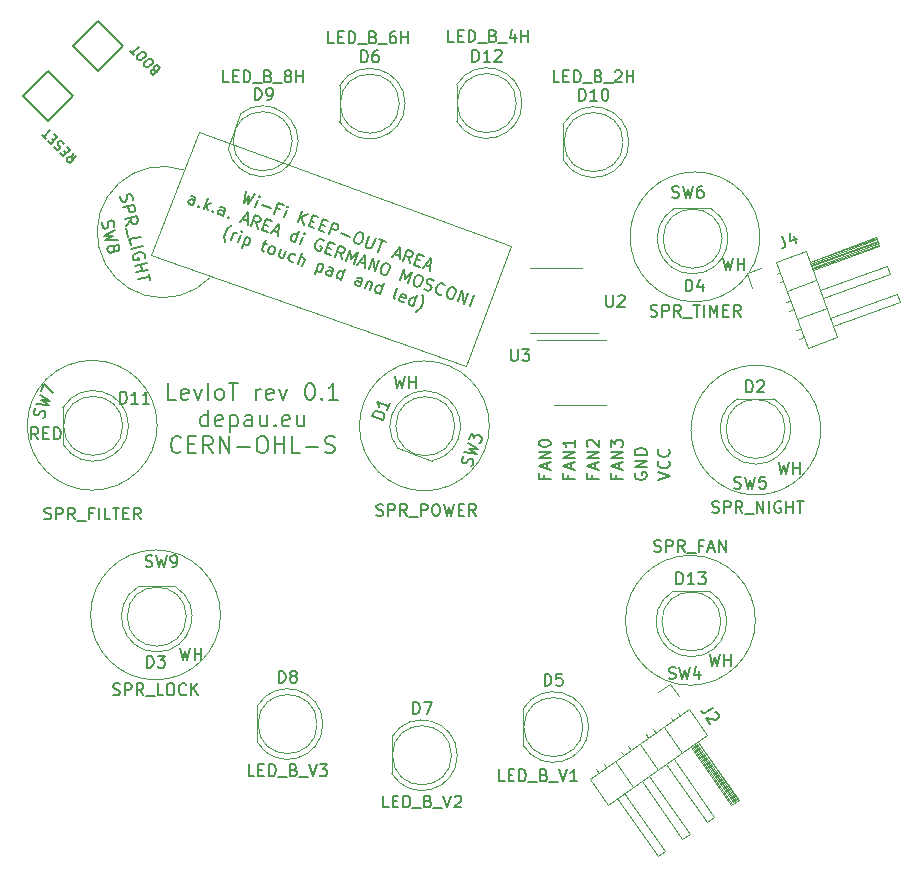
<source format=gbr>
%TF.GenerationSoftware,KiCad,Pcbnew,5.1.9*%
%TF.CreationDate,2021-04-14T19:17:29+02:00*%
%TF.ProjectId,custom-pcb,63757374-6f6d-42d7-9063-622e6b696361,rev?*%
%TF.SameCoordinates,Original*%
%TF.FileFunction,Legend,Top*%
%TF.FilePolarity,Positive*%
%FSLAX46Y46*%
G04 Gerber Fmt 4.6, Leading zero omitted, Abs format (unit mm)*
G04 Created by KiCad (PCBNEW 5.1.9) date 2021-04-14 19:17:29*
%MOMM*%
%LPD*%
G01*
G04 APERTURE LIST*
%ADD10C,0.150000*%
%ADD11C,0.120000*%
G04 APERTURE END LIST*
D10*
X92814000Y-79282333D02*
X92147333Y-79282333D01*
X92147333Y-77882333D01*
X93814000Y-79215666D02*
X93680666Y-79282333D01*
X93414000Y-79282333D01*
X93280666Y-79215666D01*
X93214000Y-79082333D01*
X93214000Y-78549000D01*
X93280666Y-78415666D01*
X93414000Y-78349000D01*
X93680666Y-78349000D01*
X93814000Y-78415666D01*
X93880666Y-78549000D01*
X93880666Y-78682333D01*
X93214000Y-78815666D01*
X94347333Y-78349000D02*
X94680666Y-79282333D01*
X95014000Y-78349000D01*
X95547333Y-79282333D02*
X95547333Y-77882333D01*
X96414000Y-79282333D02*
X96280666Y-79215666D01*
X96214000Y-79149000D01*
X96147333Y-79015666D01*
X96147333Y-78615666D01*
X96214000Y-78482333D01*
X96280666Y-78415666D01*
X96414000Y-78349000D01*
X96614000Y-78349000D01*
X96747333Y-78415666D01*
X96814000Y-78482333D01*
X96880666Y-78615666D01*
X96880666Y-79015666D01*
X96814000Y-79149000D01*
X96747333Y-79215666D01*
X96614000Y-79282333D01*
X96414000Y-79282333D01*
X97280666Y-77882333D02*
X98080666Y-77882333D01*
X97680666Y-79282333D02*
X97680666Y-77882333D01*
X99614000Y-79282333D02*
X99614000Y-78349000D01*
X99614000Y-78615666D02*
X99680666Y-78482333D01*
X99747333Y-78415666D01*
X99880666Y-78349000D01*
X100014000Y-78349000D01*
X101014000Y-79215666D02*
X100880666Y-79282333D01*
X100614000Y-79282333D01*
X100480666Y-79215666D01*
X100414000Y-79082333D01*
X100414000Y-78549000D01*
X100480666Y-78415666D01*
X100614000Y-78349000D01*
X100880666Y-78349000D01*
X101014000Y-78415666D01*
X101080666Y-78549000D01*
X101080666Y-78682333D01*
X100414000Y-78815666D01*
X101547333Y-78349000D02*
X101880666Y-79282333D01*
X102214000Y-78349000D01*
X104080666Y-77882333D02*
X104214000Y-77882333D01*
X104347333Y-77949000D01*
X104414000Y-78015666D01*
X104480666Y-78149000D01*
X104547333Y-78415666D01*
X104547333Y-78749000D01*
X104480666Y-79015666D01*
X104414000Y-79149000D01*
X104347333Y-79215666D01*
X104214000Y-79282333D01*
X104080666Y-79282333D01*
X103947333Y-79215666D01*
X103880666Y-79149000D01*
X103814000Y-79015666D01*
X103747333Y-78749000D01*
X103747333Y-78415666D01*
X103814000Y-78149000D01*
X103880666Y-78015666D01*
X103947333Y-77949000D01*
X104080666Y-77882333D01*
X105147333Y-79149000D02*
X105214000Y-79215666D01*
X105147333Y-79282333D01*
X105080666Y-79215666D01*
X105147333Y-79149000D01*
X105147333Y-79282333D01*
X106547333Y-79282333D02*
X105747333Y-79282333D01*
X106147333Y-79282333D02*
X106147333Y-77882333D01*
X106014000Y-78082333D01*
X105880666Y-78215666D01*
X105747333Y-78282333D01*
X95547333Y-81532333D02*
X95547333Y-80132333D01*
X95547333Y-81465666D02*
X95414000Y-81532333D01*
X95147333Y-81532333D01*
X95014000Y-81465666D01*
X94947333Y-81399000D01*
X94880666Y-81265666D01*
X94880666Y-80865666D01*
X94947333Y-80732333D01*
X95014000Y-80665666D01*
X95147333Y-80599000D01*
X95414000Y-80599000D01*
X95547333Y-80665666D01*
X96747333Y-81465666D02*
X96614000Y-81532333D01*
X96347333Y-81532333D01*
X96214000Y-81465666D01*
X96147333Y-81332333D01*
X96147333Y-80799000D01*
X96214000Y-80665666D01*
X96347333Y-80599000D01*
X96614000Y-80599000D01*
X96747333Y-80665666D01*
X96814000Y-80799000D01*
X96814000Y-80932333D01*
X96147333Y-81065666D01*
X97414000Y-80599000D02*
X97414000Y-81999000D01*
X97414000Y-80665666D02*
X97547333Y-80599000D01*
X97814000Y-80599000D01*
X97947333Y-80665666D01*
X98014000Y-80732333D01*
X98080666Y-80865666D01*
X98080666Y-81265666D01*
X98014000Y-81399000D01*
X97947333Y-81465666D01*
X97814000Y-81532333D01*
X97547333Y-81532333D01*
X97414000Y-81465666D01*
X99280666Y-81532333D02*
X99280666Y-80799000D01*
X99214000Y-80665666D01*
X99080666Y-80599000D01*
X98814000Y-80599000D01*
X98680666Y-80665666D01*
X99280666Y-81465666D02*
X99147333Y-81532333D01*
X98814000Y-81532333D01*
X98680666Y-81465666D01*
X98614000Y-81332333D01*
X98614000Y-81199000D01*
X98680666Y-81065666D01*
X98814000Y-80999000D01*
X99147333Y-80999000D01*
X99280666Y-80932333D01*
X100547333Y-80599000D02*
X100547333Y-81532333D01*
X99947333Y-80599000D02*
X99947333Y-81332333D01*
X100014000Y-81465666D01*
X100147333Y-81532333D01*
X100347333Y-81532333D01*
X100480666Y-81465666D01*
X100547333Y-81399000D01*
X101214000Y-81399000D02*
X101280666Y-81465666D01*
X101214000Y-81532333D01*
X101147333Y-81465666D01*
X101214000Y-81399000D01*
X101214000Y-81532333D01*
X102414000Y-81465666D02*
X102280666Y-81532333D01*
X102014000Y-81532333D01*
X101880666Y-81465666D01*
X101814000Y-81332333D01*
X101814000Y-80799000D01*
X101880666Y-80665666D01*
X102014000Y-80599000D01*
X102280666Y-80599000D01*
X102414000Y-80665666D01*
X102480666Y-80799000D01*
X102480666Y-80932333D01*
X101814000Y-81065666D01*
X103680666Y-80599000D02*
X103680666Y-81532333D01*
X103080666Y-80599000D02*
X103080666Y-81332333D01*
X103147333Y-81465666D01*
X103280666Y-81532333D01*
X103480666Y-81532333D01*
X103614000Y-81465666D01*
X103680666Y-81399000D01*
X93247333Y-83649000D02*
X93180666Y-83715666D01*
X92980666Y-83782333D01*
X92847333Y-83782333D01*
X92647333Y-83715666D01*
X92514000Y-83582333D01*
X92447333Y-83449000D01*
X92380666Y-83182333D01*
X92380666Y-82982333D01*
X92447333Y-82715666D01*
X92514000Y-82582333D01*
X92647333Y-82449000D01*
X92847333Y-82382333D01*
X92980666Y-82382333D01*
X93180666Y-82449000D01*
X93247333Y-82515666D01*
X93847333Y-83049000D02*
X94314000Y-83049000D01*
X94514000Y-83782333D02*
X93847333Y-83782333D01*
X93847333Y-82382333D01*
X94514000Y-82382333D01*
X95914000Y-83782333D02*
X95447333Y-83115666D01*
X95114000Y-83782333D02*
X95114000Y-82382333D01*
X95647333Y-82382333D01*
X95780666Y-82449000D01*
X95847333Y-82515666D01*
X95914000Y-82649000D01*
X95914000Y-82849000D01*
X95847333Y-82982333D01*
X95780666Y-83049000D01*
X95647333Y-83115666D01*
X95114000Y-83115666D01*
X96514000Y-83782333D02*
X96514000Y-82382333D01*
X97314000Y-83782333D01*
X97314000Y-82382333D01*
X97980666Y-83249000D02*
X99047333Y-83249000D01*
X99980666Y-82382333D02*
X100247333Y-82382333D01*
X100380666Y-82449000D01*
X100514000Y-82582333D01*
X100580666Y-82849000D01*
X100580666Y-83315666D01*
X100514000Y-83582333D01*
X100380666Y-83715666D01*
X100247333Y-83782333D01*
X99980666Y-83782333D01*
X99847333Y-83715666D01*
X99714000Y-83582333D01*
X99647333Y-83315666D01*
X99647333Y-82849000D01*
X99714000Y-82582333D01*
X99847333Y-82449000D01*
X99980666Y-82382333D01*
X101180666Y-83782333D02*
X101180666Y-82382333D01*
X101180666Y-83049000D02*
X101980666Y-83049000D01*
X101980666Y-83782333D02*
X101980666Y-82382333D01*
X103314000Y-83782333D02*
X102647333Y-83782333D01*
X102647333Y-82382333D01*
X103780666Y-83249000D02*
X104847333Y-83249000D01*
X105447333Y-83715666D02*
X105647333Y-83782333D01*
X105980666Y-83782333D01*
X106114000Y-83715666D01*
X106180666Y-83649000D01*
X106247333Y-83515666D01*
X106247333Y-83382333D01*
X106180666Y-83249000D01*
X106114000Y-83182333D01*
X105980666Y-83115666D01*
X105714000Y-83049000D01*
X105580666Y-82982333D01*
X105514000Y-82915666D01*
X105447333Y-82782333D01*
X105447333Y-82649000D01*
X105514000Y-82515666D01*
X105580666Y-82449000D01*
X105714000Y-82382333D01*
X106047333Y-82382333D01*
X106247333Y-82449000D01*
X111315619Y-77303380D02*
X111553714Y-78303380D01*
X111744190Y-77589095D01*
X111934666Y-78303380D01*
X112172761Y-77303380D01*
X112553714Y-78303380D02*
X112553714Y-77303380D01*
X112553714Y-77779571D02*
X113125142Y-77779571D01*
X113125142Y-78303380D02*
X113125142Y-77303380D01*
X139128619Y-67270380D02*
X139366714Y-68270380D01*
X139557190Y-67556095D01*
X139747666Y-68270380D01*
X139985761Y-67270380D01*
X140366714Y-68270380D02*
X140366714Y-67270380D01*
X140366714Y-67746571D02*
X140938142Y-67746571D01*
X140938142Y-68270380D02*
X140938142Y-67270380D01*
X143827619Y-84542380D02*
X144065714Y-85542380D01*
X144256190Y-84828095D01*
X144446666Y-85542380D01*
X144684761Y-84542380D01*
X145065714Y-85542380D02*
X145065714Y-84542380D01*
X145065714Y-85018571D02*
X145637142Y-85018571D01*
X145637142Y-85542380D02*
X145637142Y-84542380D01*
X137985619Y-100798380D02*
X138223714Y-101798380D01*
X138414190Y-101084095D01*
X138604666Y-101798380D01*
X138842761Y-100798380D01*
X139223714Y-101798380D02*
X139223714Y-100798380D01*
X139223714Y-101274571D02*
X139795142Y-101274571D01*
X139795142Y-101798380D02*
X139795142Y-100798380D01*
X93154619Y-100290380D02*
X93392714Y-101290380D01*
X93583190Y-100576095D01*
X93773666Y-101290380D01*
X94011761Y-100290380D01*
X94392714Y-101290380D02*
X94392714Y-100290380D01*
X94392714Y-100766571D02*
X94964142Y-100766571D01*
X94964142Y-101290380D02*
X94964142Y-100290380D01*
X81145142Y-82621380D02*
X80811809Y-82145190D01*
X80573714Y-82621380D02*
X80573714Y-81621380D01*
X80954666Y-81621380D01*
X81049904Y-81669000D01*
X81097523Y-81716619D01*
X81145142Y-81811857D01*
X81145142Y-81954714D01*
X81097523Y-82049952D01*
X81049904Y-82097571D01*
X80954666Y-82145190D01*
X80573714Y-82145190D01*
X81573714Y-82097571D02*
X81907047Y-82097571D01*
X82049904Y-82621380D02*
X81573714Y-82621380D01*
X81573714Y-81621380D01*
X82049904Y-81621380D01*
X82478476Y-82621380D02*
X82478476Y-81621380D01*
X82716571Y-81621380D01*
X82859428Y-81669000D01*
X82954666Y-81764238D01*
X83002285Y-81859476D01*
X83049904Y-82049952D01*
X83049904Y-82192809D01*
X83002285Y-82383285D01*
X82954666Y-82478523D01*
X82859428Y-82573761D01*
X82716571Y-82621380D01*
X82478476Y-82621380D01*
X124007571Y-85613714D02*
X124007571Y-85947047D01*
X124531380Y-85947047D02*
X123531380Y-85947047D01*
X123531380Y-85470857D01*
X124245666Y-85137523D02*
X124245666Y-84661333D01*
X124531380Y-85232761D02*
X123531380Y-84899428D01*
X124531380Y-84566095D01*
X124531380Y-84232761D02*
X123531380Y-84232761D01*
X124531380Y-83661333D01*
X123531380Y-83661333D01*
X123531380Y-82994666D02*
X123531380Y-82899428D01*
X123579000Y-82804190D01*
X123626619Y-82756571D01*
X123721857Y-82708952D01*
X123912333Y-82661333D01*
X124150428Y-82661333D01*
X124340904Y-82708952D01*
X124436142Y-82756571D01*
X124483761Y-82804190D01*
X124531380Y-82899428D01*
X124531380Y-82994666D01*
X124483761Y-83089904D01*
X124436142Y-83137523D01*
X124340904Y-83185142D01*
X124150428Y-83232761D01*
X123912333Y-83232761D01*
X123721857Y-83185142D01*
X123626619Y-83137523D01*
X123579000Y-83089904D01*
X123531380Y-82994666D01*
X126039571Y-85613714D02*
X126039571Y-85947047D01*
X126563380Y-85947047D02*
X125563380Y-85947047D01*
X125563380Y-85470857D01*
X126277666Y-85137523D02*
X126277666Y-84661333D01*
X126563380Y-85232761D02*
X125563380Y-84899428D01*
X126563380Y-84566095D01*
X126563380Y-84232761D02*
X125563380Y-84232761D01*
X126563380Y-83661333D01*
X125563380Y-83661333D01*
X126563380Y-82661333D02*
X126563380Y-83232761D01*
X126563380Y-82947047D02*
X125563380Y-82947047D01*
X125706238Y-83042285D01*
X125801476Y-83137523D01*
X125849095Y-83232761D01*
X128071571Y-85613714D02*
X128071571Y-85947047D01*
X128595380Y-85947047D02*
X127595380Y-85947047D01*
X127595380Y-85470857D01*
X128309666Y-85137523D02*
X128309666Y-84661333D01*
X128595380Y-85232761D02*
X127595380Y-84899428D01*
X128595380Y-84566095D01*
X128595380Y-84232761D02*
X127595380Y-84232761D01*
X128595380Y-83661333D01*
X127595380Y-83661333D01*
X127690619Y-83232761D02*
X127643000Y-83185142D01*
X127595380Y-83089904D01*
X127595380Y-82851809D01*
X127643000Y-82756571D01*
X127690619Y-82708952D01*
X127785857Y-82661333D01*
X127881095Y-82661333D01*
X128023952Y-82708952D01*
X128595380Y-83280380D01*
X128595380Y-82661333D01*
X130103571Y-85613714D02*
X130103571Y-85947047D01*
X130627380Y-85947047D02*
X129627380Y-85947047D01*
X129627380Y-85470857D01*
X130341666Y-85137523D02*
X130341666Y-84661333D01*
X130627380Y-85232761D02*
X129627380Y-84899428D01*
X130627380Y-84566095D01*
X130627380Y-84232761D02*
X129627380Y-84232761D01*
X130627380Y-83661333D01*
X129627380Y-83661333D01*
X129627380Y-83280380D02*
X129627380Y-82661333D01*
X130008333Y-82994666D01*
X130008333Y-82851809D01*
X130055952Y-82756571D01*
X130103571Y-82708952D01*
X130198809Y-82661333D01*
X130436904Y-82661333D01*
X130532142Y-82708952D01*
X130579761Y-82756571D01*
X130627380Y-82851809D01*
X130627380Y-83137523D01*
X130579761Y-83232761D01*
X130532142Y-83280380D01*
X131707000Y-85470904D02*
X131659380Y-85566142D01*
X131659380Y-85709000D01*
X131707000Y-85851857D01*
X131802238Y-85947095D01*
X131897476Y-85994714D01*
X132087952Y-86042333D01*
X132230809Y-86042333D01*
X132421285Y-85994714D01*
X132516523Y-85947095D01*
X132611761Y-85851857D01*
X132659380Y-85709000D01*
X132659380Y-85613761D01*
X132611761Y-85470904D01*
X132564142Y-85423285D01*
X132230809Y-85423285D01*
X132230809Y-85613761D01*
X132659380Y-84994714D02*
X131659380Y-84994714D01*
X132659380Y-84423285D01*
X131659380Y-84423285D01*
X132659380Y-83947095D02*
X131659380Y-83947095D01*
X131659380Y-83709000D01*
X131707000Y-83566142D01*
X131802238Y-83470904D01*
X131897476Y-83423285D01*
X132087952Y-83375666D01*
X132230809Y-83375666D01*
X132421285Y-83423285D01*
X132516523Y-83470904D01*
X132611761Y-83566142D01*
X132659380Y-83709000D01*
X132659380Y-83947095D01*
X133615180Y-86042333D02*
X134615180Y-85709000D01*
X133615180Y-85375666D01*
X134519942Y-84470904D02*
X134567561Y-84518523D01*
X134615180Y-84661380D01*
X134615180Y-84756619D01*
X134567561Y-84899476D01*
X134472323Y-84994714D01*
X134377085Y-85042333D01*
X134186609Y-85089952D01*
X134043752Y-85089952D01*
X133853276Y-85042333D01*
X133758038Y-84994714D01*
X133662800Y-84899476D01*
X133615180Y-84756619D01*
X133615180Y-84661380D01*
X133662800Y-84518523D01*
X133710419Y-84470904D01*
X134519942Y-83470904D02*
X134567561Y-83518523D01*
X134615180Y-83661380D01*
X134615180Y-83756619D01*
X134567561Y-83899476D01*
X134472323Y-83994714D01*
X134377085Y-84042333D01*
X134186609Y-84089952D01*
X134043752Y-84089952D01*
X133853276Y-84042333D01*
X133758038Y-83994714D01*
X133662800Y-83899476D01*
X133615180Y-83756619D01*
X133615180Y-83661380D01*
X133662800Y-83518523D01*
X133710419Y-83470904D01*
D11*
X95652215Y-68977267D02*
G75*
G02*
X93497400Y-59817000I-3958215J3902467D01*
G01*
D10*
X84065828Y-58345911D02*
X83985015Y-58803847D01*
X84389076Y-58669160D02*
X83823391Y-59234845D01*
X83607892Y-59019346D01*
X83580954Y-58938534D01*
X83580954Y-58884659D01*
X83607892Y-58803847D01*
X83688704Y-58723035D01*
X83769516Y-58696097D01*
X83823391Y-58696097D01*
X83904203Y-58723035D01*
X84119702Y-58938534D01*
X83527080Y-58399786D02*
X83338518Y-58211224D01*
X83554017Y-57834100D02*
X83823391Y-58103474D01*
X83257706Y-58669160D01*
X82988332Y-58399786D01*
X83311580Y-57645538D02*
X83257706Y-57537789D01*
X83123019Y-57403102D01*
X83042206Y-57376164D01*
X82988332Y-57376164D01*
X82907519Y-57403102D01*
X82853644Y-57456977D01*
X82826707Y-57537789D01*
X82826707Y-57591664D01*
X82853644Y-57672476D01*
X82934457Y-57807163D01*
X82961394Y-57887975D01*
X82961394Y-57941850D01*
X82934457Y-58022662D01*
X82880582Y-58076537D01*
X82799770Y-58103474D01*
X82745895Y-58103474D01*
X82665083Y-58076537D01*
X82530396Y-57941850D01*
X82476521Y-57834100D01*
X82476521Y-57349227D02*
X82287959Y-57160665D01*
X82503458Y-56783542D02*
X82772832Y-57052916D01*
X82207147Y-57618601D01*
X81937773Y-57349227D01*
X81776148Y-57187603D02*
X81452900Y-56864354D01*
X82180209Y-56460293D02*
X81614524Y-57025978D01*
X90989648Y-51314340D02*
X90935774Y-51206590D01*
X90935774Y-51152715D01*
X90962711Y-51071903D01*
X91043523Y-50991091D01*
X91124335Y-50964153D01*
X91178210Y-50964153D01*
X91259022Y-50991091D01*
X91474522Y-51206590D01*
X90908836Y-51772275D01*
X90720274Y-51583714D01*
X90693337Y-51502901D01*
X90693337Y-51449027D01*
X90720274Y-51368214D01*
X90774149Y-51314340D01*
X90854961Y-51287402D01*
X90908836Y-51287402D01*
X90989648Y-51314340D01*
X91178210Y-51502901D01*
X90235401Y-51098840D02*
X90127651Y-50991091D01*
X90100714Y-50910279D01*
X90100714Y-50802529D01*
X90181526Y-50667842D01*
X90370088Y-50479280D01*
X90504775Y-50398468D01*
X90612525Y-50398468D01*
X90693337Y-50425405D01*
X90801087Y-50533155D01*
X90828024Y-50613967D01*
X90828024Y-50721717D01*
X90747212Y-50856404D01*
X90558650Y-51044966D01*
X90423963Y-51125778D01*
X90316213Y-51125778D01*
X90235401Y-51098840D01*
X89642778Y-50506218D02*
X89535029Y-50398468D01*
X89508091Y-50317656D01*
X89508091Y-50209906D01*
X89588903Y-50075219D01*
X89777465Y-49886657D01*
X89912152Y-49805845D01*
X90019902Y-49805845D01*
X90100714Y-49832782D01*
X90208464Y-49940532D01*
X90235401Y-50021344D01*
X90235401Y-50129094D01*
X90154589Y-50263781D01*
X89966027Y-50452343D01*
X89831340Y-50533155D01*
X89723590Y-50533155D01*
X89642778Y-50506218D01*
X89238717Y-50102156D02*
X88915468Y-49778908D01*
X89642778Y-49374847D02*
X89077093Y-49940532D01*
X98704616Y-61583885D02*
X98586332Y-62605011D01*
X99009621Y-61998949D01*
X98944310Y-62735304D01*
X99510066Y-61877045D01*
X99526024Y-62947031D02*
X99754038Y-62320569D01*
X99868045Y-62007339D02*
X99807011Y-62035799D01*
X99835471Y-62096833D01*
X99896505Y-62068372D01*
X99868045Y-62007339D01*
X99835471Y-62096833D01*
X100103790Y-62751920D02*
X100819747Y-63012507D01*
X101629310Y-63155138D02*
X101316079Y-63041131D01*
X101136926Y-63533351D02*
X101478946Y-62593659D01*
X101926419Y-62756526D01*
X101942377Y-63826512D02*
X102170390Y-63200050D01*
X102284397Y-62886819D02*
X102223363Y-62915280D01*
X102251824Y-62976313D01*
X102312858Y-62947853D01*
X102284397Y-62886819D01*
X102251824Y-62976313D01*
X103105806Y-64249965D02*
X103447826Y-63310272D01*
X103642773Y-64445405D02*
X103435488Y-63761858D01*
X103984793Y-63505713D02*
X103252386Y-63847240D01*
X104224652Y-64099765D02*
X104537883Y-64213772D01*
X104492971Y-64754852D02*
X104045498Y-64591985D01*
X104387519Y-63652293D01*
X104834991Y-63815159D01*
X105074850Y-64409212D02*
X105388081Y-64523219D01*
X105343169Y-65064299D02*
X104895697Y-64901432D01*
X105237717Y-63961739D01*
X105685189Y-64124606D01*
X105745895Y-65210879D02*
X106087915Y-64271186D01*
X106445893Y-64401480D01*
X106519101Y-64478800D01*
X106547561Y-64539834D01*
X106559735Y-64645615D01*
X106510875Y-64779857D01*
X106433555Y-64853065D01*
X106372521Y-64881526D01*
X106266739Y-64893699D01*
X105908761Y-64763406D01*
X106815881Y-65194921D02*
X107531837Y-65455508D01*
X108370025Y-65101807D02*
X108549014Y-65166953D01*
X108622222Y-65244274D01*
X108679144Y-65366342D01*
X108658744Y-65561617D01*
X108544737Y-65874848D01*
X108434843Y-66037551D01*
X108312776Y-66094472D01*
X108206994Y-66106646D01*
X108028005Y-66041499D01*
X107954797Y-65964179D01*
X107897876Y-65842111D01*
X107918276Y-65646835D01*
X108032282Y-65333604D01*
X108142176Y-65170902D01*
X108264244Y-65113980D01*
X108370025Y-65101807D01*
X109175476Y-65394967D02*
X108898603Y-66155670D01*
X108910777Y-66261451D01*
X108939237Y-66322485D01*
X109012445Y-66399806D01*
X109191434Y-66464953D01*
X109297215Y-66452779D01*
X109358249Y-66424318D01*
X109435570Y-66351110D01*
X109712443Y-65590407D01*
X110025674Y-65704413D02*
X110562642Y-65899854D01*
X109952138Y-66741826D02*
X110294158Y-65802133D01*
X111302781Y-66929369D02*
X111750254Y-67092236D01*
X111115567Y-67165280D02*
X111770818Y-66339594D01*
X111742028Y-67393293D01*
X112592227Y-67702740D02*
X112441862Y-67141260D01*
X112055259Y-67507300D02*
X112397280Y-66567607D01*
X112755258Y-66697901D01*
X112828466Y-66775221D01*
X112856926Y-66836255D01*
X112869100Y-66942036D01*
X112820240Y-67076278D01*
X112742919Y-67149486D01*
X112681885Y-67177947D01*
X112576104Y-67190120D01*
X112218126Y-67059827D01*
X113174105Y-67357100D02*
X113487336Y-67471107D01*
X113442425Y-68012187D02*
X112994952Y-67849320D01*
X113336972Y-66909627D01*
X113784445Y-67072494D01*
X113898123Y-67873996D02*
X114345596Y-68036863D01*
X113710908Y-68109907D02*
X114366159Y-67284221D01*
X114337370Y-68337920D01*
X94263228Y-62787423D02*
X94442382Y-62295204D01*
X94430208Y-62189422D01*
X94357000Y-62112102D01*
X94178011Y-62046955D01*
X94072230Y-62059129D01*
X94279515Y-62742676D02*
X94173734Y-62754850D01*
X93949997Y-62673417D01*
X93876790Y-62596096D01*
X93864616Y-62490315D01*
X93897189Y-62400820D01*
X93974510Y-62327613D01*
X94080291Y-62315439D01*
X94304027Y-62396872D01*
X94409808Y-62384698D01*
X94743274Y-62860796D02*
X94771735Y-62921830D01*
X94710701Y-62950290D01*
X94682240Y-62889256D01*
X94743274Y-62860796D01*
X94710701Y-62950290D01*
X95158174Y-63113157D02*
X95500194Y-62173464D01*
X95377962Y-62787752D02*
X95516152Y-63243450D01*
X95744165Y-62616989D02*
X95255894Y-62844673D01*
X95951451Y-63300536D02*
X95979911Y-63361570D01*
X95918877Y-63390030D01*
X95890417Y-63328996D01*
X95951451Y-63300536D01*
X95918877Y-63390030D01*
X96769075Y-63699477D02*
X96948229Y-63207257D01*
X96936055Y-63101476D01*
X96862847Y-63024155D01*
X96683858Y-62959009D01*
X96578077Y-62971183D01*
X96785362Y-63654730D02*
X96679581Y-63666904D01*
X96455844Y-63585470D01*
X96382637Y-63508150D01*
X96370463Y-63402369D01*
X96403036Y-63312874D01*
X96480357Y-63239666D01*
X96586138Y-63227492D01*
X96809874Y-63308926D01*
X96915655Y-63296752D01*
X97249121Y-63772849D02*
X97277582Y-63833883D01*
X97216548Y-63862344D01*
X97188087Y-63801310D01*
X97249121Y-63772849D01*
X97216548Y-63862344D01*
X98432950Y-64001027D02*
X98880422Y-64163894D01*
X98245735Y-64236937D02*
X98900986Y-63411251D01*
X98872197Y-64464951D01*
X99722395Y-64774398D02*
X99572031Y-64212918D01*
X99185428Y-64578958D02*
X99527448Y-63639265D01*
X99885426Y-63769558D01*
X99958634Y-63846879D01*
X99987094Y-63907913D01*
X99999268Y-64013694D01*
X99950408Y-64147936D01*
X99873088Y-64221144D01*
X99812054Y-64249604D01*
X99706273Y-64261778D01*
X99348294Y-64131485D01*
X100304274Y-64428758D02*
X100617505Y-64542764D01*
X100572593Y-65083844D02*
X100125120Y-64920978D01*
X100467141Y-63981285D01*
X100914613Y-64144152D01*
X101028291Y-64945654D02*
X101475764Y-65108521D01*
X100841077Y-65181564D02*
X101496328Y-64355879D01*
X101467538Y-65409578D01*
X102899451Y-65930751D02*
X103241471Y-64991059D01*
X102915738Y-65886004D02*
X102809956Y-65898178D01*
X102630967Y-65833031D01*
X102557760Y-65755711D01*
X102529299Y-65694677D01*
X102517125Y-65588896D01*
X102614845Y-65320412D01*
X102692166Y-65247204D01*
X102753200Y-65218744D01*
X102858981Y-65206570D01*
X103037970Y-65271716D01*
X103111178Y-65349037D01*
X103346924Y-66093618D02*
X103574937Y-65467156D01*
X103688944Y-65153926D02*
X103627910Y-65182386D01*
X103656370Y-65243420D01*
X103717404Y-65214959D01*
X103688944Y-65153926D01*
X103656370Y-65243420D01*
X105328306Y-65801280D02*
X105255098Y-65723959D01*
X105120856Y-65675099D01*
X104970328Y-65670986D01*
X104848260Y-65727908D01*
X104770939Y-65801115D01*
X104661045Y-65963818D01*
X104612185Y-66098060D01*
X104591786Y-66293335D01*
X104603960Y-66399117D01*
X104660881Y-66521184D01*
X104778836Y-66614792D01*
X104868331Y-66647365D01*
X105018859Y-66651478D01*
X105079893Y-66623017D01*
X105193900Y-66309786D01*
X105014911Y-66244640D01*
X105629199Y-66366872D02*
X105942430Y-66480879D01*
X105897518Y-67021959D02*
X105450045Y-66859092D01*
X105792065Y-65919399D01*
X106239538Y-66082266D01*
X106837211Y-67363979D02*
X106686846Y-66802499D01*
X106300243Y-67168539D02*
X106642263Y-66228846D01*
X107000242Y-66359139D01*
X107073449Y-66436460D01*
X107101910Y-66497494D01*
X107114084Y-66603275D01*
X107065224Y-66737517D01*
X106987903Y-66810725D01*
X106926869Y-66839185D01*
X106821088Y-66851359D01*
X106463110Y-66721066D01*
X107239936Y-67510559D02*
X107581956Y-66570866D01*
X107650887Y-67356082D01*
X108208418Y-66798880D01*
X107866398Y-67738572D01*
X108366843Y-67616669D02*
X108814316Y-67779535D01*
X108179629Y-67852579D02*
X108834880Y-67026893D01*
X108806090Y-68080592D01*
X109119321Y-68194599D02*
X109461341Y-67254906D01*
X109656288Y-68390039D01*
X109998309Y-67450347D01*
X110624770Y-67678360D02*
X110803759Y-67743507D01*
X110876967Y-67820827D01*
X110933888Y-67942895D01*
X110913489Y-68138171D01*
X110799482Y-68451402D01*
X110689588Y-68614104D01*
X110567520Y-68671025D01*
X110461739Y-68683199D01*
X110282750Y-68618053D01*
X110209542Y-68540732D01*
X110152621Y-68418664D01*
X110173021Y-68223388D01*
X110287027Y-67910157D01*
X110396921Y-67747455D01*
X110518989Y-67690534D01*
X110624770Y-67678360D01*
X111804157Y-69171799D02*
X112146177Y-68232107D01*
X112215108Y-69017323D01*
X112772639Y-68460120D01*
X112430619Y-69399813D01*
X113399101Y-68688134D02*
X113578090Y-68753280D01*
X113651298Y-68830601D01*
X113708219Y-68952669D01*
X113687820Y-69147945D01*
X113573813Y-69461176D01*
X113463919Y-69623878D01*
X113341851Y-69680799D01*
X113236070Y-69692973D01*
X113057081Y-69627826D01*
X112983873Y-69550506D01*
X112926952Y-69428438D01*
X112947351Y-69233162D01*
X113061358Y-68919931D01*
X113171252Y-68757229D01*
X113293320Y-68700308D01*
X113399101Y-68688134D01*
X113834071Y-69859953D02*
X113952026Y-69953560D01*
X114175762Y-70034993D01*
X114281544Y-70022819D01*
X114342578Y-69994359D01*
X114419898Y-69921151D01*
X114452472Y-69831656D01*
X114440298Y-69725875D01*
X114411837Y-69664841D01*
X114338629Y-69587520D01*
X114175927Y-69477627D01*
X114102719Y-69400306D01*
X114074258Y-69339272D01*
X114062084Y-69233491D01*
X114094658Y-69143996D01*
X114171978Y-69070788D01*
X114233012Y-69042328D01*
X114338793Y-69030154D01*
X114562530Y-69111587D01*
X114680485Y-69205195D01*
X115327017Y-70352665D02*
X115265984Y-70381126D01*
X115115455Y-70377013D01*
X115025961Y-70344440D01*
X114908005Y-70250833D01*
X114851084Y-70128765D01*
X114838910Y-70022984D01*
X114859310Y-69827708D01*
X114908170Y-69693466D01*
X115018064Y-69530764D01*
X115095384Y-69457556D01*
X115217452Y-69400635D01*
X115367981Y-69404747D01*
X115457475Y-69437321D01*
X115575430Y-69530928D01*
X115603891Y-69591962D01*
X116218179Y-69714194D02*
X116397168Y-69779341D01*
X116470376Y-69856661D01*
X116527297Y-69978729D01*
X116506897Y-70174005D01*
X116392891Y-70487236D01*
X116282997Y-70649938D01*
X116160929Y-70706860D01*
X116055148Y-70719033D01*
X115876159Y-70653887D01*
X115802951Y-70576566D01*
X115746030Y-70454498D01*
X115766429Y-70259223D01*
X115880436Y-69945992D01*
X115990330Y-69783289D01*
X116112398Y-69726368D01*
X116218179Y-69714194D01*
X116681609Y-70947047D02*
X117023630Y-70007354D01*
X117218577Y-71142487D01*
X117560597Y-70202794D01*
X117666049Y-71305354D02*
X118008069Y-70365661D01*
X96991768Y-65941825D02*
X96963307Y-65880791D01*
X96922673Y-65713976D01*
X96910499Y-65608195D01*
X96914612Y-65457666D01*
X96951298Y-65217643D01*
X97016444Y-65038654D01*
X97142625Y-64831205D01*
X97236232Y-64713249D01*
X97313553Y-64640042D01*
X97451908Y-64538373D01*
X97512941Y-64509913D01*
X97480039Y-65714140D02*
X97708053Y-65087679D01*
X97642906Y-65266668D02*
X97720227Y-65193460D01*
X97781261Y-65164999D01*
X97887042Y-65152825D01*
X97976536Y-65185399D01*
X98061754Y-65925867D02*
X98289767Y-65299405D01*
X98403774Y-64986175D02*
X98342740Y-65014635D01*
X98371201Y-65075669D01*
X98432235Y-65047208D01*
X98403774Y-64986175D01*
X98371201Y-65075669D01*
X98737240Y-65462272D02*
X98395220Y-66401965D01*
X98720953Y-65507019D02*
X98826735Y-65494845D01*
X99005724Y-65559992D01*
X99078931Y-65637313D01*
X99107392Y-65698347D01*
X99119566Y-65804128D01*
X99021846Y-66072612D01*
X98944525Y-66145819D01*
X98883491Y-66174280D01*
X98777710Y-66186454D01*
X98598721Y-66121307D01*
X98525513Y-66043987D01*
X100169153Y-65983446D02*
X100527131Y-66113739D01*
X100417401Y-65719075D02*
X100124241Y-66524526D01*
X100136415Y-66630307D01*
X100209623Y-66707627D01*
X100299117Y-66740201D01*
X100746590Y-66903068D02*
X100673382Y-66825747D01*
X100644922Y-66764713D01*
X100632748Y-66658932D01*
X100730468Y-66390448D01*
X100807788Y-66317240D01*
X100868822Y-66288780D01*
X100974603Y-66276606D01*
X101108845Y-66325466D01*
X101182053Y-66402786D01*
X101210514Y-66463820D01*
X101222688Y-66569602D01*
X101124968Y-66838085D01*
X101047647Y-66911293D01*
X100986613Y-66939754D01*
X100880832Y-66951928D01*
X100746590Y-66903068D01*
X102093285Y-66683773D02*
X101865272Y-67310234D01*
X101690560Y-66537193D02*
X101511406Y-67029413D01*
X101523580Y-67135194D01*
X101596788Y-67212514D01*
X101731030Y-67261374D01*
X101836811Y-67249200D01*
X101897845Y-67220740D01*
X102731756Y-67574934D02*
X102625975Y-67587108D01*
X102446986Y-67521961D01*
X102373778Y-67444641D01*
X102345318Y-67383607D01*
X102333144Y-67277825D01*
X102430864Y-67009342D01*
X102508184Y-66936134D01*
X102569218Y-66907673D01*
X102675000Y-66895499D01*
X102853989Y-66960646D01*
X102927197Y-67037967D01*
X103118195Y-67766261D02*
X103460215Y-66826569D01*
X103520921Y-67912841D02*
X103700074Y-67420621D01*
X103687900Y-67314840D01*
X103614692Y-67237520D01*
X103480450Y-67188659D01*
X103374669Y-67200833D01*
X103313635Y-67229294D01*
X104912363Y-67709833D02*
X104570343Y-68649526D01*
X104896076Y-67754580D02*
X105001857Y-67742406D01*
X105180847Y-67807553D01*
X105254054Y-67884874D01*
X105282515Y-67945908D01*
X105294689Y-68051689D01*
X105196969Y-68320172D01*
X105119648Y-68393380D01*
X105058614Y-68421841D01*
X104952833Y-68434015D01*
X104773844Y-68368868D01*
X104700636Y-68291548D01*
X105937273Y-68792322D02*
X106116426Y-68300102D01*
X106104253Y-68194321D01*
X106031045Y-68117000D01*
X105852056Y-68051853D01*
X105746274Y-68064027D01*
X105953560Y-68747574D02*
X105847778Y-68759748D01*
X105624042Y-68678315D01*
X105550834Y-68600994D01*
X105538660Y-68495213D01*
X105571234Y-68405719D01*
X105648554Y-68332511D01*
X105754336Y-68320337D01*
X105978072Y-68401770D01*
X106083853Y-68389596D01*
X106787471Y-69101768D02*
X107129491Y-68162076D01*
X106803758Y-69057021D02*
X106697977Y-69069195D01*
X106518987Y-69004048D01*
X106445780Y-68926728D01*
X106417319Y-68865694D01*
X106405145Y-68759913D01*
X106502865Y-68491429D01*
X106580186Y-68418221D01*
X106641220Y-68389761D01*
X106747001Y-68377587D01*
X106925990Y-68442733D01*
X106999198Y-68520054D01*
X108353625Y-69671802D02*
X108532779Y-69179582D01*
X108520605Y-69073801D01*
X108447397Y-68996480D01*
X108268408Y-68931334D01*
X108162627Y-68943507D01*
X108369912Y-69627055D02*
X108264131Y-69639229D01*
X108040395Y-69557795D01*
X107967187Y-69480475D01*
X107955013Y-69374693D01*
X107987586Y-69285199D01*
X108064907Y-69211991D01*
X108170688Y-69199817D01*
X108394424Y-69281251D01*
X108500206Y-69269077D01*
X109029112Y-69208207D02*
X108801098Y-69834669D01*
X108996538Y-69297702D02*
X109057572Y-69269241D01*
X109163353Y-69257067D01*
X109297595Y-69305927D01*
X109370803Y-69383248D01*
X109382977Y-69489029D01*
X109203824Y-69981249D01*
X110054022Y-70290696D02*
X110396042Y-69351003D01*
X110070308Y-70245948D02*
X109964527Y-70258122D01*
X109785538Y-70192976D01*
X109712330Y-70115655D01*
X109683870Y-70054621D01*
X109671696Y-69948840D01*
X109769416Y-69680356D01*
X109846736Y-69607148D01*
X109907770Y-69578688D01*
X110013551Y-69566514D01*
X110192541Y-69631661D01*
X110265748Y-69708981D01*
X111351692Y-70763009D02*
X111278485Y-70685689D01*
X111266311Y-70579907D01*
X111559471Y-69774457D01*
X112083935Y-70978849D02*
X111978154Y-70991023D01*
X111799165Y-70925876D01*
X111725957Y-70848555D01*
X111713783Y-70742774D01*
X111844077Y-70384796D01*
X111921397Y-70311588D01*
X112027179Y-70299414D01*
X112206168Y-70364561D01*
X112279375Y-70441881D01*
X112291549Y-70547663D01*
X112258976Y-70637157D01*
X111778930Y-70563785D01*
X112917847Y-71333043D02*
X113259867Y-70393350D01*
X112934133Y-71288295D02*
X112828352Y-71300469D01*
X112649363Y-71235323D01*
X112576155Y-71158002D01*
X112547695Y-71096968D01*
X112535521Y-70991187D01*
X112633241Y-70722703D01*
X112710561Y-70649495D01*
X112771595Y-70621035D01*
X112877377Y-70608861D01*
X113056366Y-70674008D01*
X113129574Y-70751328D01*
X113145532Y-71821314D02*
X113206565Y-71792854D01*
X113344920Y-71691185D01*
X113422241Y-71617977D01*
X113515848Y-71500022D01*
X113642029Y-71292573D01*
X113707175Y-71113583D01*
X113743861Y-70873560D01*
X113747974Y-70723032D01*
X113735800Y-70617251D01*
X113695166Y-70450436D01*
X113666705Y-70389402D01*
D11*
X117348000Y-76454000D02*
X94996000Y-68580000D01*
X121158000Y-66294000D02*
X117348000Y-76454000D01*
X94742000Y-56642000D02*
X121158000Y-66294000D01*
X90678000Y-67056000D02*
X94742000Y-56642000D01*
X94996000Y-68580000D02*
X90678000Y-67056000D01*
%TO.C,D1*%
X111594169Y-83386182D02*
X114497819Y-84443025D01*
X116421565Y-81508990D02*
G75*
G03*
X116421565Y-81508990I-2499999J0D01*
G01*
X114943773Y-78699151D02*
G75*
G02*
X114497659Y-84442966I-1022207J-2809839D01*
G01*
X114944640Y-78699466D02*
G75*
G03*
X111594329Y-83386241I-1023074J-2809524D01*
G01*
%TO.C,D2*%
X144384400Y-81737200D02*
G75*
G03*
X144384400Y-81737200I-2500000J0D01*
G01*
X143429400Y-79177200D02*
X140339400Y-79177200D01*
X141883938Y-84727200D02*
G75*
G03*
X143429230Y-79177200I462J2990000D01*
G01*
X141884862Y-84727200D02*
G75*
G02*
X140339570Y-79177200I-462J2990000D01*
G01*
%TO.C,D3*%
X92731000Y-95077600D02*
X89641000Y-95077600D01*
X93686000Y-97637600D02*
G75*
G03*
X93686000Y-97637600I-2500000J0D01*
G01*
X91186462Y-100627600D02*
G75*
G02*
X89641170Y-95077600I-462J2990000D01*
G01*
X91185538Y-100627600D02*
G75*
G03*
X92730830Y-95077600I462J2990000D01*
G01*
%TO.C,D4*%
X139050400Y-65633600D02*
G75*
G03*
X139050400Y-65633600I-2500000J0D01*
G01*
X138095400Y-63073600D02*
X135005400Y-63073600D01*
X136549938Y-68623600D02*
G75*
G03*
X138095230Y-63073600I462J2990000D01*
G01*
X136550862Y-68623600D02*
G75*
G02*
X135005570Y-63073600I-462J2990000D01*
G01*
%TO.C,D5*%
X127264800Y-106984800D02*
G75*
G03*
X127264800Y-106984800I-2500000J0D01*
G01*
X122204800Y-105439800D02*
X122204800Y-108529800D01*
X127754800Y-106985262D02*
G75*
G03*
X122204800Y-105439970I-2990000J462D01*
G01*
X127754800Y-106984338D02*
G75*
G02*
X122204800Y-108529630I-2990000J-462D01*
G01*
%TO.C,D6*%
X106660000Y-52658600D02*
X106660000Y-55748600D01*
X111720000Y-54203600D02*
G75*
G03*
X111720000Y-54203600I-2500000J0D01*
G01*
X112210000Y-54203138D02*
G75*
G02*
X106660000Y-55748430I-2990000J-462D01*
G01*
X112210000Y-54204062D02*
G75*
G03*
X106660000Y-52658770I-2990000J462D01*
G01*
%TO.C,D7*%
X111079600Y-107827400D02*
X111079600Y-110917400D01*
X116139600Y-109372400D02*
G75*
G03*
X116139600Y-109372400I-2500000J0D01*
G01*
X116629600Y-109371938D02*
G75*
G02*
X111079600Y-110917230I-2990000J-462D01*
G01*
X116629600Y-109372862D02*
G75*
G03*
X111079600Y-107827570I-2990000J462D01*
G01*
%TO.C,D8*%
X104760400Y-106730800D02*
G75*
G03*
X104760400Y-106730800I-2500000J0D01*
G01*
X99700400Y-105185800D02*
X99700400Y-108275800D01*
X105250400Y-106731262D02*
G75*
G03*
X99700400Y-105185970I-2990000J462D01*
G01*
X105250400Y-106730338D02*
G75*
G02*
X99700400Y-108275630I-2990000J-462D01*
G01*
%TO.C,D9*%
X102651809Y-57381166D02*
G75*
G03*
X102651809Y-57381166I-2499999J0D01*
G01*
X98274618Y-55053769D02*
X97217775Y-57957419D01*
X102961334Y-58404240D02*
G75*
G03*
X98274559Y-55053929I-2809524J1023074D01*
G01*
X102961649Y-58403373D02*
G75*
G02*
X97217834Y-57957259I-2809839J1022207D01*
G01*
%TO.C,D10*%
X130668400Y-57454800D02*
G75*
G03*
X130668400Y-57454800I-2500000J0D01*
G01*
X125608400Y-55909800D02*
X125608400Y-58999800D01*
X131158400Y-57455262D02*
G75*
G03*
X125608400Y-55909970I-2990000J462D01*
G01*
X131158400Y-57454338D02*
G75*
G02*
X125608400Y-58999630I-2990000J-462D01*
G01*
%TO.C,D11*%
X83241200Y-79938200D02*
X83241200Y-83028200D01*
X88301200Y-81483200D02*
G75*
G03*
X88301200Y-81483200I-2500000J0D01*
G01*
X88791200Y-81482738D02*
G75*
G02*
X83241200Y-83028030I-2990000J-462D01*
G01*
X88791200Y-81483662D02*
G75*
G03*
X83241200Y-79938370I-2990000J462D01*
G01*
%TO.C,D12*%
X116566000Y-52607800D02*
X116566000Y-55697800D01*
X121626000Y-54152800D02*
G75*
G03*
X121626000Y-54152800I-2500000J0D01*
G01*
X122116000Y-54152338D02*
G75*
G02*
X116566000Y-55697630I-2990000J-462D01*
G01*
X122116000Y-54153262D02*
G75*
G03*
X116566000Y-52607970I-2990000J462D01*
G01*
%TO.C,U2*%
X124968000Y-68131000D02*
X122768000Y-68131000D01*
X124968000Y-68131000D02*
X127168000Y-68131000D01*
X124968000Y-73601000D02*
X122768000Y-73601000D01*
X124968000Y-73601000D02*
X128568000Y-73601000D01*
%TO.C,U3*%
X127000000Y-74227000D02*
X123400000Y-74227000D01*
X127000000Y-74227000D02*
X129200000Y-74227000D01*
X127000000Y-79697000D02*
X124800000Y-79697000D01*
X127000000Y-79697000D02*
X129200000Y-79697000D01*
%TO.C,SW3*%
X119342800Y-81483200D02*
G75*
G03*
X119342800Y-81483200I-5500000J0D01*
G01*
%TO.C,SW4*%
X141868800Y-97942400D02*
G75*
G03*
X141868800Y-97942400I-5500000J0D01*
G01*
%TO.C,SW5*%
X147413600Y-81838800D02*
G75*
G03*
X147413600Y-81838800I-5500000J0D01*
G01*
%TO.C,SW6*%
X142253600Y-65481200D02*
G75*
G03*
X142253600Y-65481200I-5500000J0D01*
G01*
%TO.C,SW7*%
X91221200Y-81432400D02*
G75*
G03*
X91221200Y-81432400I-5500000J0D01*
G01*
%TO.C,SW9*%
X96584400Y-97485200D02*
G75*
G03*
X96584400Y-97485200I-5500000J0D01*
G01*
%TO.C,D13*%
X137993800Y-95484000D02*
X134903800Y-95484000D01*
X138948800Y-98044000D02*
G75*
G03*
X138948800Y-98044000I-2500000J0D01*
G01*
X136448338Y-101034000D02*
G75*
G03*
X137993630Y-95484000I462J2990000D01*
G01*
X136449262Y-101034000D02*
G75*
G02*
X134903970Y-95484000I-462J2990000D01*
G01*
%TO.C,J2*%
X134675727Y-103301951D02*
X135404169Y-104342274D01*
X133635404Y-104030393D02*
X134675727Y-103301951D01*
X128408829Y-110513645D02*
X128636580Y-110838906D01*
X129031385Y-110077727D02*
X129259135Y-110402988D01*
X133603752Y-117932763D02*
X130162293Y-113017851D01*
X134226307Y-117496845D02*
X133603752Y-117932763D01*
X130784849Y-112581933D02*
X134226307Y-117496845D01*
X129988181Y-109892505D02*
X131513894Y-112071450D01*
X130489475Y-109056761D02*
X130717226Y-109382022D01*
X131112031Y-108620843D02*
X131339781Y-108946104D01*
X135684398Y-116475879D02*
X132242939Y-111560967D01*
X136306953Y-116039961D02*
X135684398Y-116475879D01*
X132865495Y-111125049D02*
X136306953Y-116039961D01*
X132068827Y-108435621D02*
X133594540Y-110614566D01*
X132570122Y-107599877D02*
X132797872Y-107925138D01*
X133192677Y-107163959D02*
X133420428Y-107489220D01*
X137765044Y-115018995D02*
X134323585Y-110104083D01*
X138387600Y-114583077D02*
X137765044Y-115018995D01*
X134946141Y-109668164D02*
X138387600Y-114583077D01*
X134149473Y-106978737D02*
X135675186Y-109157681D01*
X134689238Y-106197934D02*
X134878518Y-106468254D01*
X135311794Y-105762016D02*
X135501074Y-106032336D01*
X136486147Y-108589841D02*
X139927605Y-113504753D01*
X136584445Y-108521012D02*
X140025904Y-113435924D01*
X136682743Y-108452182D02*
X140124202Y-113367095D01*
X136781042Y-108383353D02*
X140222500Y-113298266D01*
X136879340Y-108314524D02*
X140320798Y-113229436D01*
X136977638Y-108245695D02*
X140419097Y-113160607D01*
X139845690Y-113562111D02*
X136404232Y-108647198D01*
X140468246Y-113126193D02*
X139845690Y-113562111D01*
X137026787Y-108211280D02*
X140468246Y-113126193D01*
X137804982Y-107666383D02*
X136279268Y-105487438D01*
X129384099Y-113562748D02*
X137804982Y-107666383D01*
X127858385Y-111383804D02*
X129384099Y-113562748D01*
X136279268Y-105487438D02*
X127858385Y-111383804D01*
%TO.C,J4*%
X143646271Y-67599700D02*
X146293506Y-74872921D01*
X146293506Y-74872921D02*
X148793089Y-73963147D01*
X148793089Y-73963147D02*
X146145853Y-66689926D01*
X146145853Y-66689926D02*
X143646271Y-67599700D01*
X146470772Y-67582634D02*
X152108928Y-65530513D01*
X152108928Y-65530513D02*
X152368863Y-66244680D01*
X152368863Y-66244680D02*
X146730707Y-68296801D01*
X146491293Y-67639016D02*
X152129449Y-65586895D01*
X146532336Y-67751779D02*
X152170491Y-65699658D01*
X146573378Y-67864542D02*
X152211534Y-65812421D01*
X146614421Y-67977305D02*
X152252576Y-65925184D01*
X146655463Y-68090068D02*
X152293619Y-66037947D01*
X146696505Y-68202831D02*
X152334661Y-66150710D01*
X143661091Y-68605274D02*
X143971190Y-68492408D01*
X143921026Y-69319441D02*
X144231125Y-69206574D01*
X144535523Y-70042901D02*
X147035105Y-69133127D01*
X147339503Y-69969453D02*
X152977659Y-67917333D01*
X152977659Y-67917333D02*
X153237594Y-68631499D01*
X153237594Y-68631499D02*
X147599439Y-70683620D01*
X144466796Y-71015033D02*
X144839921Y-70879227D01*
X144726732Y-71729200D02*
X145099856Y-71593393D01*
X145404254Y-72429720D02*
X147903836Y-71519946D01*
X148208234Y-72356273D02*
X153846390Y-70304152D01*
X153846390Y-70304152D02*
X154106325Y-71018318D01*
X154106325Y-71018318D02*
X148468170Y-73070439D01*
X145335527Y-73401853D02*
X145708652Y-73266046D01*
X145595463Y-74116019D02*
X145968587Y-73980213D01*
X141554590Y-69776366D02*
X141120225Y-68582956D01*
X141120225Y-68582956D02*
X142313634Y-68148590D01*
D10*
%TO.C,SW10*%
X79848778Y-53585668D02*
X81970098Y-55706988D01*
X84091418Y-53585668D02*
X81970098Y-51464348D01*
X79848778Y-53585668D02*
X81970098Y-51464348D01*
X81970098Y-55706988D02*
X84091418Y-53585668D01*
%TO.C,SW11*%
X86212739Y-51464348D02*
X88334059Y-49343028D01*
X84091419Y-49343028D02*
X86212739Y-47221708D01*
X88334059Y-49343028D02*
X86212739Y-47221708D01*
X84091419Y-49343028D02*
X86212739Y-51464348D01*
%TO.C,SW8*%
X86566047Y-64250486D02*
X86549170Y-64400122D01*
X86598673Y-64633015D01*
X86665053Y-64716271D01*
X86721532Y-64752949D01*
X86824589Y-64779726D01*
X86917746Y-64759925D01*
X87001002Y-64693546D01*
X87037680Y-64637067D01*
X87064458Y-64534009D01*
X87071434Y-64337795D01*
X87098211Y-64234737D01*
X87134889Y-64178258D01*
X87218145Y-64111879D01*
X87311302Y-64092078D01*
X87414360Y-64118855D01*
X87470839Y-64155533D01*
X87537218Y-64238789D01*
X87586721Y-64471681D01*
X87569844Y-64621317D01*
X87685727Y-64937466D02*
X86757082Y-65378270D01*
X87495361Y-65416075D01*
X86836286Y-65750898D01*
X87863937Y-65775878D01*
X87553637Y-66377346D02*
X87580414Y-66274289D01*
X87617092Y-66217810D01*
X87700348Y-66151430D01*
X87746927Y-66141530D01*
X87849984Y-66168307D01*
X87906463Y-66204985D01*
X87972843Y-66288241D01*
X88012445Y-66474555D01*
X87985668Y-66577613D01*
X87948990Y-66634092D01*
X87865734Y-66700471D01*
X87819155Y-66710372D01*
X87716098Y-66683594D01*
X87659619Y-66646916D01*
X87593239Y-66563660D01*
X87553637Y-66377346D01*
X87487257Y-66294090D01*
X87430778Y-66257412D01*
X87327721Y-66230635D01*
X87141407Y-66270237D01*
X87058151Y-66336616D01*
X87021473Y-66393095D01*
X86994695Y-66496153D01*
X87034298Y-66682467D01*
X87100677Y-66765723D01*
X87157156Y-66802401D01*
X87260214Y-66829178D01*
X87446527Y-66789576D01*
X87529784Y-66723197D01*
X87566462Y-66666718D01*
X87593239Y-66563660D01*
X88131270Y-61994814D02*
X88114393Y-62144450D01*
X88163896Y-62377342D01*
X88230276Y-62460598D01*
X88286755Y-62497276D01*
X88389812Y-62524053D01*
X88482969Y-62504252D01*
X88566226Y-62437873D01*
X88602903Y-62381394D01*
X88629681Y-62278336D01*
X88636657Y-62082122D01*
X88663434Y-61979064D01*
X88700112Y-61922585D01*
X88783369Y-61856206D01*
X88876526Y-61836405D01*
X88979583Y-61863182D01*
X89036062Y-61899860D01*
X89102442Y-61983116D01*
X89151944Y-62216009D01*
X89135068Y-62365644D01*
X88292603Y-62982862D02*
X89270751Y-62774950D01*
X89349955Y-63147578D01*
X89323178Y-63250635D01*
X89286500Y-63307114D01*
X89203244Y-63373494D01*
X89063509Y-63403195D01*
X88960451Y-63376418D01*
X88903972Y-63339740D01*
X88837592Y-63256484D01*
X88758388Y-62883856D01*
X88619322Y-64519951D02*
X89015802Y-64094896D01*
X88500515Y-63961009D02*
X89478663Y-63753098D01*
X89557867Y-64125725D01*
X89531090Y-64228783D01*
X89494412Y-64285262D01*
X89411156Y-64351641D01*
X89271420Y-64381343D01*
X89168363Y-64354566D01*
X89111884Y-64317888D01*
X89045504Y-64234631D01*
X88966300Y-63862004D01*
X88565767Y-64726066D02*
X88724176Y-65471321D01*
X88965841Y-66150197D02*
X88866836Y-65684412D01*
X89844983Y-65476501D01*
X89035145Y-66476246D02*
X90013293Y-66268334D01*
X90174626Y-67256382D02*
X90201403Y-67153325D01*
X90171702Y-67013590D01*
X90095422Y-66883755D01*
X89982464Y-66810399D01*
X89879406Y-66783622D01*
X89683192Y-66776645D01*
X89543456Y-66806347D01*
X89367043Y-66892528D01*
X89283787Y-66958907D01*
X89210431Y-67071865D01*
X89193554Y-67221501D01*
X89213355Y-67314658D01*
X89289635Y-67444493D01*
X89346114Y-67481171D01*
X89672164Y-67411867D01*
X89632561Y-67225553D01*
X89342062Y-67920178D02*
X90320210Y-67712266D01*
X89854425Y-67811272D02*
X89973232Y-68370214D01*
X89460869Y-68479120D02*
X90439017Y-68271208D01*
X90508321Y-68597257D02*
X90627127Y-69156199D01*
X89589576Y-69084640D02*
X90567724Y-68876728D01*
%TO.C,D1*%
X110373038Y-81002897D02*
X109433345Y-80660876D01*
X109514779Y-80437140D01*
X109608386Y-80319185D01*
X109730454Y-80262264D01*
X109836235Y-80250090D01*
X110031511Y-80270489D01*
X110165753Y-80319349D01*
X110328455Y-80429243D01*
X110401663Y-80506564D01*
X110458584Y-80628632D01*
X110454471Y-80779160D01*
X110373038Y-81002897D01*
X110894212Y-79570984D02*
X110698772Y-80107951D01*
X110796492Y-79839468D02*
X109856799Y-79497447D01*
X109958467Y-79635802D01*
X110015389Y-79757870D01*
X110027563Y-79863651D01*
%TO.C,D2*%
X141095504Y-78633580D02*
X141095504Y-77633580D01*
X141333600Y-77633580D01*
X141476457Y-77681200D01*
X141571695Y-77776438D01*
X141619314Y-77871676D01*
X141666933Y-78062152D01*
X141666933Y-78205009D01*
X141619314Y-78395485D01*
X141571695Y-78490723D01*
X141476457Y-78585961D01*
X141333600Y-78633580D01*
X141095504Y-78633580D01*
X142047885Y-77728819D02*
X142095504Y-77681200D01*
X142190742Y-77633580D01*
X142428838Y-77633580D01*
X142524076Y-77681200D01*
X142571695Y-77728819D01*
X142619314Y-77824057D01*
X142619314Y-77919295D01*
X142571695Y-78062152D01*
X142000266Y-78633580D01*
X142619314Y-78633580D01*
%TO.C,D3*%
X90346304Y-101950780D02*
X90346304Y-100950780D01*
X90584400Y-100950780D01*
X90727257Y-100998400D01*
X90822495Y-101093638D01*
X90870114Y-101188876D01*
X90917733Y-101379352D01*
X90917733Y-101522209D01*
X90870114Y-101712685D01*
X90822495Y-101807923D01*
X90727257Y-101903161D01*
X90584400Y-101950780D01*
X90346304Y-101950780D01*
X91251066Y-100950780D02*
X91870114Y-100950780D01*
X91536780Y-101331733D01*
X91679638Y-101331733D01*
X91774876Y-101379352D01*
X91822495Y-101426971D01*
X91870114Y-101522209D01*
X91870114Y-101760304D01*
X91822495Y-101855542D01*
X91774876Y-101903161D01*
X91679638Y-101950780D01*
X91393923Y-101950780D01*
X91298685Y-101903161D01*
X91251066Y-101855542D01*
%TO.C,D4*%
X135964704Y-70099180D02*
X135964704Y-69099180D01*
X136202800Y-69099180D01*
X136345657Y-69146800D01*
X136440895Y-69242038D01*
X136488514Y-69337276D01*
X136536133Y-69527752D01*
X136536133Y-69670609D01*
X136488514Y-69861085D01*
X136440895Y-69956323D01*
X136345657Y-70051561D01*
X136202800Y-70099180D01*
X135964704Y-70099180D01*
X137393276Y-69432514D02*
X137393276Y-70099180D01*
X137155180Y-69051561D02*
X136917085Y-69765847D01*
X137536133Y-69765847D01*
%TO.C,D5*%
X124026704Y-103477180D02*
X124026704Y-102477180D01*
X124264800Y-102477180D01*
X124407657Y-102524800D01*
X124502895Y-102620038D01*
X124550514Y-102715276D01*
X124598133Y-102905752D01*
X124598133Y-103048609D01*
X124550514Y-103239085D01*
X124502895Y-103334323D01*
X124407657Y-103429561D01*
X124264800Y-103477180D01*
X124026704Y-103477180D01*
X125502895Y-102477180D02*
X125026704Y-102477180D01*
X124979085Y-102953371D01*
X125026704Y-102905752D01*
X125121942Y-102858133D01*
X125360038Y-102858133D01*
X125455276Y-102905752D01*
X125502895Y-102953371D01*
X125550514Y-103048609D01*
X125550514Y-103286704D01*
X125502895Y-103381942D01*
X125455276Y-103429561D01*
X125360038Y-103477180D01*
X125121942Y-103477180D01*
X125026704Y-103429561D01*
X124979085Y-103381942D01*
X120634476Y-111577380D02*
X120158285Y-111577380D01*
X120158285Y-110577380D01*
X120967809Y-111053571D02*
X121301142Y-111053571D01*
X121444000Y-111577380D02*
X120967809Y-111577380D01*
X120967809Y-110577380D01*
X121444000Y-110577380D01*
X121872571Y-111577380D02*
X121872571Y-110577380D01*
X122110666Y-110577380D01*
X122253523Y-110625000D01*
X122348761Y-110720238D01*
X122396380Y-110815476D01*
X122444000Y-111005952D01*
X122444000Y-111148809D01*
X122396380Y-111339285D01*
X122348761Y-111434523D01*
X122253523Y-111529761D01*
X122110666Y-111577380D01*
X121872571Y-111577380D01*
X122634476Y-111672619D02*
X123396380Y-111672619D01*
X123967809Y-111053571D02*
X124110666Y-111101190D01*
X124158285Y-111148809D01*
X124205904Y-111244047D01*
X124205904Y-111386904D01*
X124158285Y-111482142D01*
X124110666Y-111529761D01*
X124015428Y-111577380D01*
X123634476Y-111577380D01*
X123634476Y-110577380D01*
X123967809Y-110577380D01*
X124063047Y-110625000D01*
X124110666Y-110672619D01*
X124158285Y-110767857D01*
X124158285Y-110863095D01*
X124110666Y-110958333D01*
X124063047Y-111005952D01*
X123967809Y-111053571D01*
X123634476Y-111053571D01*
X124396380Y-111672619D02*
X125158285Y-111672619D01*
X125253523Y-110577380D02*
X125586857Y-111577380D01*
X125920190Y-110577380D01*
X126777333Y-111577380D02*
X126205904Y-111577380D01*
X126491619Y-111577380D02*
X126491619Y-110577380D01*
X126396380Y-110720238D01*
X126301142Y-110815476D01*
X126205904Y-110863095D01*
%TO.C,D6*%
X108481904Y-50695980D02*
X108481904Y-49695980D01*
X108720000Y-49695980D01*
X108862857Y-49743600D01*
X108958095Y-49838838D01*
X109005714Y-49934076D01*
X109053333Y-50124552D01*
X109053333Y-50267409D01*
X109005714Y-50457885D01*
X108958095Y-50553123D01*
X108862857Y-50648361D01*
X108720000Y-50695980D01*
X108481904Y-50695980D01*
X109910476Y-49695980D02*
X109720000Y-49695980D01*
X109624761Y-49743600D01*
X109577142Y-49791219D01*
X109481904Y-49934076D01*
X109434285Y-50124552D01*
X109434285Y-50505504D01*
X109481904Y-50600742D01*
X109529523Y-50648361D01*
X109624761Y-50695980D01*
X109815238Y-50695980D01*
X109910476Y-50648361D01*
X109958095Y-50600742D01*
X110005714Y-50505504D01*
X110005714Y-50267409D01*
X109958095Y-50172171D01*
X109910476Y-50124552D01*
X109815238Y-50076933D01*
X109624761Y-50076933D01*
X109529523Y-50124552D01*
X109481904Y-50172171D01*
X109434285Y-50267409D01*
X106188238Y-49093380D02*
X105712047Y-49093380D01*
X105712047Y-48093380D01*
X106521571Y-48569571D02*
X106854904Y-48569571D01*
X106997761Y-49093380D02*
X106521571Y-49093380D01*
X106521571Y-48093380D01*
X106997761Y-48093380D01*
X107426333Y-49093380D02*
X107426333Y-48093380D01*
X107664428Y-48093380D01*
X107807285Y-48141000D01*
X107902523Y-48236238D01*
X107950142Y-48331476D01*
X107997761Y-48521952D01*
X107997761Y-48664809D01*
X107950142Y-48855285D01*
X107902523Y-48950523D01*
X107807285Y-49045761D01*
X107664428Y-49093380D01*
X107426333Y-49093380D01*
X108188238Y-49188619D02*
X108950142Y-49188619D01*
X109521571Y-48569571D02*
X109664428Y-48617190D01*
X109712047Y-48664809D01*
X109759666Y-48760047D01*
X109759666Y-48902904D01*
X109712047Y-48998142D01*
X109664428Y-49045761D01*
X109569190Y-49093380D01*
X109188238Y-49093380D01*
X109188238Y-48093380D01*
X109521571Y-48093380D01*
X109616809Y-48141000D01*
X109664428Y-48188619D01*
X109712047Y-48283857D01*
X109712047Y-48379095D01*
X109664428Y-48474333D01*
X109616809Y-48521952D01*
X109521571Y-48569571D01*
X109188238Y-48569571D01*
X109950142Y-49188619D02*
X110712047Y-49188619D01*
X111378714Y-48093380D02*
X111188238Y-48093380D01*
X111093000Y-48141000D01*
X111045380Y-48188619D01*
X110950142Y-48331476D01*
X110902523Y-48521952D01*
X110902523Y-48902904D01*
X110950142Y-48998142D01*
X110997761Y-49045761D01*
X111093000Y-49093380D01*
X111283476Y-49093380D01*
X111378714Y-49045761D01*
X111426333Y-48998142D01*
X111473952Y-48902904D01*
X111473952Y-48664809D01*
X111426333Y-48569571D01*
X111378714Y-48521952D01*
X111283476Y-48474333D01*
X111093000Y-48474333D01*
X110997761Y-48521952D01*
X110950142Y-48569571D01*
X110902523Y-48664809D01*
X111902523Y-49093380D02*
X111902523Y-48093380D01*
X111902523Y-48569571D02*
X112473952Y-48569571D01*
X112473952Y-49093380D02*
X112473952Y-48093380D01*
%TO.C,D7*%
X112901504Y-105864780D02*
X112901504Y-104864780D01*
X113139600Y-104864780D01*
X113282457Y-104912400D01*
X113377695Y-105007638D01*
X113425314Y-105102876D01*
X113472933Y-105293352D01*
X113472933Y-105436209D01*
X113425314Y-105626685D01*
X113377695Y-105721923D01*
X113282457Y-105817161D01*
X113139600Y-105864780D01*
X112901504Y-105864780D01*
X113806266Y-104864780D02*
X114472933Y-104864780D01*
X114044361Y-105864780D01*
X110830076Y-113784780D02*
X110353885Y-113784780D01*
X110353885Y-112784780D01*
X111163409Y-113260971D02*
X111496742Y-113260971D01*
X111639600Y-113784780D02*
X111163409Y-113784780D01*
X111163409Y-112784780D01*
X111639600Y-112784780D01*
X112068171Y-113784780D02*
X112068171Y-112784780D01*
X112306266Y-112784780D01*
X112449123Y-112832400D01*
X112544361Y-112927638D01*
X112591980Y-113022876D01*
X112639600Y-113213352D01*
X112639600Y-113356209D01*
X112591980Y-113546685D01*
X112544361Y-113641923D01*
X112449123Y-113737161D01*
X112306266Y-113784780D01*
X112068171Y-113784780D01*
X112830076Y-113880019D02*
X113591980Y-113880019D01*
X114163409Y-113260971D02*
X114306266Y-113308590D01*
X114353885Y-113356209D01*
X114401504Y-113451447D01*
X114401504Y-113594304D01*
X114353885Y-113689542D01*
X114306266Y-113737161D01*
X114211028Y-113784780D01*
X113830076Y-113784780D01*
X113830076Y-112784780D01*
X114163409Y-112784780D01*
X114258647Y-112832400D01*
X114306266Y-112880019D01*
X114353885Y-112975257D01*
X114353885Y-113070495D01*
X114306266Y-113165733D01*
X114258647Y-113213352D01*
X114163409Y-113260971D01*
X113830076Y-113260971D01*
X114591980Y-113880019D02*
X115353885Y-113880019D01*
X115449123Y-112784780D02*
X115782457Y-113784780D01*
X116115790Y-112784780D01*
X116401504Y-112880019D02*
X116449123Y-112832400D01*
X116544361Y-112784780D01*
X116782457Y-112784780D01*
X116877695Y-112832400D01*
X116925314Y-112880019D01*
X116972933Y-112975257D01*
X116972933Y-113070495D01*
X116925314Y-113213352D01*
X116353885Y-113784780D01*
X116972933Y-113784780D01*
%TO.C,D8*%
X101522304Y-103223180D02*
X101522304Y-102223180D01*
X101760400Y-102223180D01*
X101903257Y-102270800D01*
X101998495Y-102366038D01*
X102046114Y-102461276D01*
X102093733Y-102651752D01*
X102093733Y-102794609D01*
X102046114Y-102985085D01*
X101998495Y-103080323D01*
X101903257Y-103175561D01*
X101760400Y-103223180D01*
X101522304Y-103223180D01*
X102665161Y-102651752D02*
X102569923Y-102604133D01*
X102522304Y-102556514D01*
X102474685Y-102461276D01*
X102474685Y-102413657D01*
X102522304Y-102318419D01*
X102569923Y-102270800D01*
X102665161Y-102223180D01*
X102855638Y-102223180D01*
X102950876Y-102270800D01*
X102998495Y-102318419D01*
X103046114Y-102413657D01*
X103046114Y-102461276D01*
X102998495Y-102556514D01*
X102950876Y-102604133D01*
X102855638Y-102651752D01*
X102665161Y-102651752D01*
X102569923Y-102699371D01*
X102522304Y-102746990D01*
X102474685Y-102842228D01*
X102474685Y-103032704D01*
X102522304Y-103127942D01*
X102569923Y-103175561D01*
X102665161Y-103223180D01*
X102855638Y-103223180D01*
X102950876Y-103175561D01*
X102998495Y-103127942D01*
X103046114Y-103032704D01*
X103046114Y-102842228D01*
X102998495Y-102746990D01*
X102950876Y-102699371D01*
X102855638Y-102651752D01*
X99450876Y-111143180D02*
X98974685Y-111143180D01*
X98974685Y-110143180D01*
X99784209Y-110619371D02*
X100117542Y-110619371D01*
X100260400Y-111143180D02*
X99784209Y-111143180D01*
X99784209Y-110143180D01*
X100260400Y-110143180D01*
X100688971Y-111143180D02*
X100688971Y-110143180D01*
X100927066Y-110143180D01*
X101069923Y-110190800D01*
X101165161Y-110286038D01*
X101212780Y-110381276D01*
X101260400Y-110571752D01*
X101260400Y-110714609D01*
X101212780Y-110905085D01*
X101165161Y-111000323D01*
X101069923Y-111095561D01*
X100927066Y-111143180D01*
X100688971Y-111143180D01*
X101450876Y-111238419D02*
X102212780Y-111238419D01*
X102784209Y-110619371D02*
X102927066Y-110666990D01*
X102974685Y-110714609D01*
X103022304Y-110809847D01*
X103022304Y-110952704D01*
X102974685Y-111047942D01*
X102927066Y-111095561D01*
X102831828Y-111143180D01*
X102450876Y-111143180D01*
X102450876Y-110143180D01*
X102784209Y-110143180D01*
X102879447Y-110190800D01*
X102927066Y-110238419D01*
X102974685Y-110333657D01*
X102974685Y-110428895D01*
X102927066Y-110524133D01*
X102879447Y-110571752D01*
X102784209Y-110619371D01*
X102450876Y-110619371D01*
X103212780Y-111238419D02*
X103974685Y-111238419D01*
X104069923Y-110143180D02*
X104403257Y-111143180D01*
X104736590Y-110143180D01*
X104974685Y-110143180D02*
X105593733Y-110143180D01*
X105260400Y-110524133D01*
X105403257Y-110524133D01*
X105498495Y-110571752D01*
X105546114Y-110619371D01*
X105593733Y-110714609D01*
X105593733Y-110952704D01*
X105546114Y-111047942D01*
X105498495Y-111095561D01*
X105403257Y-111143180D01*
X105117542Y-111143180D01*
X105022304Y-111095561D01*
X104974685Y-111047942D01*
%TO.C,D9*%
X99490304Y-53893980D02*
X99490304Y-52893980D01*
X99728400Y-52893980D01*
X99871257Y-52941600D01*
X99966495Y-53036838D01*
X100014114Y-53132076D01*
X100061733Y-53322552D01*
X100061733Y-53465409D01*
X100014114Y-53655885D01*
X99966495Y-53751123D01*
X99871257Y-53846361D01*
X99728400Y-53893980D01*
X99490304Y-53893980D01*
X100537923Y-53893980D02*
X100728400Y-53893980D01*
X100823638Y-53846361D01*
X100871257Y-53798742D01*
X100966495Y-53655885D01*
X101014114Y-53465409D01*
X101014114Y-53084457D01*
X100966495Y-52989219D01*
X100918876Y-52941600D01*
X100823638Y-52893980D01*
X100633161Y-52893980D01*
X100537923Y-52941600D01*
X100490304Y-52989219D01*
X100442685Y-53084457D01*
X100442685Y-53322552D01*
X100490304Y-53417790D01*
X100537923Y-53465409D01*
X100633161Y-53513028D01*
X100823638Y-53513028D01*
X100918876Y-53465409D01*
X100966495Y-53417790D01*
X101014114Y-53322552D01*
X97298238Y-52395380D02*
X96822047Y-52395380D01*
X96822047Y-51395380D01*
X97631571Y-51871571D02*
X97964904Y-51871571D01*
X98107761Y-52395380D02*
X97631571Y-52395380D01*
X97631571Y-51395380D01*
X98107761Y-51395380D01*
X98536333Y-52395380D02*
X98536333Y-51395380D01*
X98774428Y-51395380D01*
X98917285Y-51443000D01*
X99012523Y-51538238D01*
X99060142Y-51633476D01*
X99107761Y-51823952D01*
X99107761Y-51966809D01*
X99060142Y-52157285D01*
X99012523Y-52252523D01*
X98917285Y-52347761D01*
X98774428Y-52395380D01*
X98536333Y-52395380D01*
X99298238Y-52490619D02*
X100060142Y-52490619D01*
X100631571Y-51871571D02*
X100774428Y-51919190D01*
X100822047Y-51966809D01*
X100869666Y-52062047D01*
X100869666Y-52204904D01*
X100822047Y-52300142D01*
X100774428Y-52347761D01*
X100679190Y-52395380D01*
X100298238Y-52395380D01*
X100298238Y-51395380D01*
X100631571Y-51395380D01*
X100726809Y-51443000D01*
X100774428Y-51490619D01*
X100822047Y-51585857D01*
X100822047Y-51681095D01*
X100774428Y-51776333D01*
X100726809Y-51823952D01*
X100631571Y-51871571D01*
X100298238Y-51871571D01*
X101060142Y-52490619D02*
X101822047Y-52490619D01*
X102203000Y-51823952D02*
X102107761Y-51776333D01*
X102060142Y-51728714D01*
X102012523Y-51633476D01*
X102012523Y-51585857D01*
X102060142Y-51490619D01*
X102107761Y-51443000D01*
X102203000Y-51395380D01*
X102393476Y-51395380D01*
X102488714Y-51443000D01*
X102536333Y-51490619D01*
X102583952Y-51585857D01*
X102583952Y-51633476D01*
X102536333Y-51728714D01*
X102488714Y-51776333D01*
X102393476Y-51823952D01*
X102203000Y-51823952D01*
X102107761Y-51871571D01*
X102060142Y-51919190D01*
X102012523Y-52014428D01*
X102012523Y-52204904D01*
X102060142Y-52300142D01*
X102107761Y-52347761D01*
X102203000Y-52395380D01*
X102393476Y-52395380D01*
X102488714Y-52347761D01*
X102536333Y-52300142D01*
X102583952Y-52204904D01*
X102583952Y-52014428D01*
X102536333Y-51919190D01*
X102488714Y-51871571D01*
X102393476Y-51823952D01*
X103012523Y-52395380D02*
X103012523Y-51395380D01*
X103012523Y-51871571D02*
X103583952Y-51871571D01*
X103583952Y-52395380D02*
X103583952Y-51395380D01*
%TO.C,D10*%
X126954114Y-53947180D02*
X126954114Y-52947180D01*
X127192209Y-52947180D01*
X127335066Y-52994800D01*
X127430304Y-53090038D01*
X127477923Y-53185276D01*
X127525542Y-53375752D01*
X127525542Y-53518609D01*
X127477923Y-53709085D01*
X127430304Y-53804323D01*
X127335066Y-53899561D01*
X127192209Y-53947180D01*
X126954114Y-53947180D01*
X128477923Y-53947180D02*
X127906495Y-53947180D01*
X128192209Y-53947180D02*
X128192209Y-52947180D01*
X128096971Y-53090038D01*
X128001733Y-53185276D01*
X127906495Y-53232895D01*
X129096971Y-52947180D02*
X129192209Y-52947180D01*
X129287447Y-52994800D01*
X129335066Y-53042419D01*
X129382685Y-53137657D01*
X129430304Y-53328133D01*
X129430304Y-53566228D01*
X129382685Y-53756704D01*
X129335066Y-53851942D01*
X129287447Y-53899561D01*
X129192209Y-53947180D01*
X129096971Y-53947180D01*
X129001733Y-53899561D01*
X128954114Y-53851942D01*
X128906495Y-53756704D01*
X128858876Y-53566228D01*
X128858876Y-53328133D01*
X128906495Y-53137657D01*
X128954114Y-53042419D01*
X129001733Y-52994800D01*
X129096971Y-52947180D01*
X125263638Y-52395380D02*
X124787447Y-52395380D01*
X124787447Y-51395380D01*
X125596971Y-51871571D02*
X125930304Y-51871571D01*
X126073161Y-52395380D02*
X125596971Y-52395380D01*
X125596971Y-51395380D01*
X126073161Y-51395380D01*
X126501733Y-52395380D02*
X126501733Y-51395380D01*
X126739828Y-51395380D01*
X126882685Y-51443000D01*
X126977923Y-51538238D01*
X127025542Y-51633476D01*
X127073161Y-51823952D01*
X127073161Y-51966809D01*
X127025542Y-52157285D01*
X126977923Y-52252523D01*
X126882685Y-52347761D01*
X126739828Y-52395380D01*
X126501733Y-52395380D01*
X127263638Y-52490619D02*
X128025542Y-52490619D01*
X128596971Y-51871571D02*
X128739828Y-51919190D01*
X128787447Y-51966809D01*
X128835066Y-52062047D01*
X128835066Y-52204904D01*
X128787447Y-52300142D01*
X128739828Y-52347761D01*
X128644590Y-52395380D01*
X128263638Y-52395380D01*
X128263638Y-51395380D01*
X128596971Y-51395380D01*
X128692209Y-51443000D01*
X128739828Y-51490619D01*
X128787447Y-51585857D01*
X128787447Y-51681095D01*
X128739828Y-51776333D01*
X128692209Y-51823952D01*
X128596971Y-51871571D01*
X128263638Y-51871571D01*
X129025542Y-52490619D02*
X129787447Y-52490619D01*
X129977923Y-51490619D02*
X130025542Y-51443000D01*
X130120780Y-51395380D01*
X130358876Y-51395380D01*
X130454114Y-51443000D01*
X130501733Y-51490619D01*
X130549352Y-51585857D01*
X130549352Y-51681095D01*
X130501733Y-51823952D01*
X129930304Y-52395380D01*
X130549352Y-52395380D01*
X130977923Y-52395380D02*
X130977923Y-51395380D01*
X130977923Y-51871571D02*
X131549352Y-51871571D01*
X131549352Y-52395380D02*
X131549352Y-51395380D01*
%TO.C,D11*%
X88092114Y-79598780D02*
X88092114Y-78598780D01*
X88330209Y-78598780D01*
X88473066Y-78646400D01*
X88568304Y-78741638D01*
X88615923Y-78836876D01*
X88663542Y-79027352D01*
X88663542Y-79170209D01*
X88615923Y-79360685D01*
X88568304Y-79455923D01*
X88473066Y-79551161D01*
X88330209Y-79598780D01*
X88092114Y-79598780D01*
X89615923Y-79598780D02*
X89044495Y-79598780D01*
X89330209Y-79598780D02*
X89330209Y-78598780D01*
X89234971Y-78741638D01*
X89139733Y-78836876D01*
X89044495Y-78884495D01*
X90568304Y-79598780D02*
X89996876Y-79598780D01*
X90282590Y-79598780D02*
X90282590Y-78598780D01*
X90187352Y-78741638D01*
X90092114Y-78836876D01*
X89996876Y-78884495D01*
%TO.C,D12*%
X117911714Y-50645180D02*
X117911714Y-49645180D01*
X118149809Y-49645180D01*
X118292666Y-49692800D01*
X118387904Y-49788038D01*
X118435523Y-49883276D01*
X118483142Y-50073752D01*
X118483142Y-50216609D01*
X118435523Y-50407085D01*
X118387904Y-50502323D01*
X118292666Y-50597561D01*
X118149809Y-50645180D01*
X117911714Y-50645180D01*
X119435523Y-50645180D02*
X118864095Y-50645180D01*
X119149809Y-50645180D02*
X119149809Y-49645180D01*
X119054571Y-49788038D01*
X118959333Y-49883276D01*
X118864095Y-49930895D01*
X119816476Y-49740419D02*
X119864095Y-49692800D01*
X119959333Y-49645180D01*
X120197428Y-49645180D01*
X120292666Y-49692800D01*
X120340285Y-49740419D01*
X120387904Y-49835657D01*
X120387904Y-49930895D01*
X120340285Y-50073752D01*
X119768857Y-50645180D01*
X120387904Y-50645180D01*
X116348238Y-48966380D02*
X115872047Y-48966380D01*
X115872047Y-47966380D01*
X116681571Y-48442571D02*
X117014904Y-48442571D01*
X117157761Y-48966380D02*
X116681571Y-48966380D01*
X116681571Y-47966380D01*
X117157761Y-47966380D01*
X117586333Y-48966380D02*
X117586333Y-47966380D01*
X117824428Y-47966380D01*
X117967285Y-48014000D01*
X118062523Y-48109238D01*
X118110142Y-48204476D01*
X118157761Y-48394952D01*
X118157761Y-48537809D01*
X118110142Y-48728285D01*
X118062523Y-48823523D01*
X117967285Y-48918761D01*
X117824428Y-48966380D01*
X117586333Y-48966380D01*
X118348238Y-49061619D02*
X119110142Y-49061619D01*
X119681571Y-48442571D02*
X119824428Y-48490190D01*
X119872047Y-48537809D01*
X119919666Y-48633047D01*
X119919666Y-48775904D01*
X119872047Y-48871142D01*
X119824428Y-48918761D01*
X119729190Y-48966380D01*
X119348238Y-48966380D01*
X119348238Y-47966380D01*
X119681571Y-47966380D01*
X119776809Y-48014000D01*
X119824428Y-48061619D01*
X119872047Y-48156857D01*
X119872047Y-48252095D01*
X119824428Y-48347333D01*
X119776809Y-48394952D01*
X119681571Y-48442571D01*
X119348238Y-48442571D01*
X120110142Y-49061619D02*
X120872047Y-49061619D01*
X121538714Y-48299714D02*
X121538714Y-48966380D01*
X121300619Y-47918761D02*
X121062523Y-48633047D01*
X121681571Y-48633047D01*
X122062523Y-48966380D02*
X122062523Y-47966380D01*
X122062523Y-48442571D02*
X122633952Y-48442571D01*
X122633952Y-48966380D02*
X122633952Y-47966380D01*
%TO.C,U2*%
X129235295Y-70419980D02*
X129235295Y-71229504D01*
X129282914Y-71324742D01*
X129330533Y-71372361D01*
X129425771Y-71419980D01*
X129616247Y-71419980D01*
X129711485Y-71372361D01*
X129759104Y-71324742D01*
X129806723Y-71229504D01*
X129806723Y-70419980D01*
X130235295Y-70515219D02*
X130282914Y-70467600D01*
X130378152Y-70419980D01*
X130616247Y-70419980D01*
X130711485Y-70467600D01*
X130759104Y-70515219D01*
X130806723Y-70610457D01*
X130806723Y-70705695D01*
X130759104Y-70848552D01*
X130187676Y-71419980D01*
X130806723Y-71419980D01*
%TO.C,U3*%
X121158095Y-74991980D02*
X121158095Y-75801504D01*
X121205714Y-75896742D01*
X121253333Y-75944361D01*
X121348571Y-75991980D01*
X121539047Y-75991980D01*
X121634285Y-75944361D01*
X121681904Y-75896742D01*
X121729523Y-75801504D01*
X121729523Y-74991980D01*
X122110476Y-74991980D02*
X122729523Y-74991980D01*
X122396190Y-75372933D01*
X122539047Y-75372933D01*
X122634285Y-75420552D01*
X122681904Y-75468171D01*
X122729523Y-75563409D01*
X122729523Y-75801504D01*
X122681904Y-75896742D01*
X122634285Y-75944361D01*
X122539047Y-75991980D01*
X122253333Y-75991980D01*
X122158095Y-75944361D01*
X122110476Y-75896742D01*
%TO.C,SW3*%
X117824731Y-84883497D02*
X117918339Y-84765542D01*
X117999772Y-84541805D01*
X117987598Y-84436024D01*
X117959138Y-84374990D01*
X117885930Y-84297669D01*
X117796435Y-84265096D01*
X117690654Y-84277270D01*
X117629620Y-84305731D01*
X117552299Y-84378939D01*
X117442405Y-84541641D01*
X117365085Y-84614849D01*
X117304051Y-84643309D01*
X117198270Y-84655483D01*
X117108775Y-84622910D01*
X117035567Y-84545589D01*
X117007107Y-84484555D01*
X116994933Y-84378774D01*
X117076366Y-84155038D01*
X117169973Y-84037083D01*
X117239233Y-83707565D02*
X118260359Y-83825849D01*
X117654297Y-83402560D01*
X118390652Y-83467871D01*
X117532393Y-82902114D01*
X117630113Y-82633631D02*
X117841840Y-82051916D01*
X118085811Y-82495441D01*
X118134671Y-82361199D01*
X118211992Y-82287991D01*
X118273026Y-82259530D01*
X118378807Y-82247356D01*
X118602543Y-82328790D01*
X118675751Y-82406110D01*
X118704212Y-82467144D01*
X118716386Y-82572925D01*
X118618666Y-82841409D01*
X118541345Y-82914617D01*
X118480311Y-82943078D01*
X109780914Y-89050761D02*
X109923771Y-89098380D01*
X110161866Y-89098380D01*
X110257104Y-89050761D01*
X110304723Y-89003142D01*
X110352342Y-88907904D01*
X110352342Y-88812666D01*
X110304723Y-88717428D01*
X110257104Y-88669809D01*
X110161866Y-88622190D01*
X109971390Y-88574571D01*
X109876152Y-88526952D01*
X109828533Y-88479333D01*
X109780914Y-88384095D01*
X109780914Y-88288857D01*
X109828533Y-88193619D01*
X109876152Y-88146000D01*
X109971390Y-88098380D01*
X110209485Y-88098380D01*
X110352342Y-88146000D01*
X110780914Y-89098380D02*
X110780914Y-88098380D01*
X111161866Y-88098380D01*
X111257104Y-88146000D01*
X111304723Y-88193619D01*
X111352342Y-88288857D01*
X111352342Y-88431714D01*
X111304723Y-88526952D01*
X111257104Y-88574571D01*
X111161866Y-88622190D01*
X110780914Y-88622190D01*
X112352342Y-89098380D02*
X112019009Y-88622190D01*
X111780914Y-89098380D02*
X111780914Y-88098380D01*
X112161866Y-88098380D01*
X112257104Y-88146000D01*
X112304723Y-88193619D01*
X112352342Y-88288857D01*
X112352342Y-88431714D01*
X112304723Y-88526952D01*
X112257104Y-88574571D01*
X112161866Y-88622190D01*
X111780914Y-88622190D01*
X112542819Y-89193619D02*
X113304723Y-89193619D01*
X113542819Y-89098380D02*
X113542819Y-88098380D01*
X113923771Y-88098380D01*
X114019009Y-88146000D01*
X114066628Y-88193619D01*
X114114247Y-88288857D01*
X114114247Y-88431714D01*
X114066628Y-88526952D01*
X114019009Y-88574571D01*
X113923771Y-88622190D01*
X113542819Y-88622190D01*
X114733295Y-88098380D02*
X114923771Y-88098380D01*
X115019009Y-88146000D01*
X115114247Y-88241238D01*
X115161866Y-88431714D01*
X115161866Y-88765047D01*
X115114247Y-88955523D01*
X115019009Y-89050761D01*
X114923771Y-89098380D01*
X114733295Y-89098380D01*
X114638057Y-89050761D01*
X114542819Y-88955523D01*
X114495200Y-88765047D01*
X114495200Y-88431714D01*
X114542819Y-88241238D01*
X114638057Y-88146000D01*
X114733295Y-88098380D01*
X115495200Y-88098380D02*
X115733295Y-89098380D01*
X115923771Y-88384095D01*
X116114247Y-89098380D01*
X116352342Y-88098380D01*
X116733295Y-88574571D02*
X117066628Y-88574571D01*
X117209485Y-89098380D02*
X116733295Y-89098380D01*
X116733295Y-88098380D01*
X117209485Y-88098380D01*
X118209485Y-89098380D02*
X117876152Y-88622190D01*
X117638057Y-89098380D02*
X117638057Y-88098380D01*
X118019009Y-88098380D01*
X118114247Y-88146000D01*
X118161866Y-88193619D01*
X118209485Y-88288857D01*
X118209485Y-88431714D01*
X118161866Y-88526952D01*
X118114247Y-88574571D01*
X118019009Y-88622190D01*
X117638057Y-88622190D01*
%TO.C,SW4*%
X134535466Y-102847161D02*
X134678323Y-102894780D01*
X134916419Y-102894780D01*
X135011657Y-102847161D01*
X135059276Y-102799542D01*
X135106895Y-102704304D01*
X135106895Y-102609066D01*
X135059276Y-102513828D01*
X135011657Y-102466209D01*
X134916419Y-102418590D01*
X134725942Y-102370971D01*
X134630704Y-102323352D01*
X134583085Y-102275733D01*
X134535466Y-102180495D01*
X134535466Y-102085257D01*
X134583085Y-101990019D01*
X134630704Y-101942400D01*
X134725942Y-101894780D01*
X134964038Y-101894780D01*
X135106895Y-101942400D01*
X135440228Y-101894780D02*
X135678323Y-102894780D01*
X135868800Y-102180495D01*
X136059276Y-102894780D01*
X136297371Y-101894780D01*
X137106895Y-102228114D02*
X137106895Y-102894780D01*
X136868800Y-101847161D02*
X136630704Y-102561447D01*
X137249752Y-102561447D01*
X133299580Y-92098761D02*
X133442438Y-92146380D01*
X133680533Y-92146380D01*
X133775771Y-92098761D01*
X133823390Y-92051142D01*
X133871009Y-91955904D01*
X133871009Y-91860666D01*
X133823390Y-91765428D01*
X133775771Y-91717809D01*
X133680533Y-91670190D01*
X133490057Y-91622571D01*
X133394819Y-91574952D01*
X133347200Y-91527333D01*
X133299580Y-91432095D01*
X133299580Y-91336857D01*
X133347200Y-91241619D01*
X133394819Y-91194000D01*
X133490057Y-91146380D01*
X133728152Y-91146380D01*
X133871009Y-91194000D01*
X134299580Y-92146380D02*
X134299580Y-91146380D01*
X134680533Y-91146380D01*
X134775771Y-91194000D01*
X134823390Y-91241619D01*
X134871009Y-91336857D01*
X134871009Y-91479714D01*
X134823390Y-91574952D01*
X134775771Y-91622571D01*
X134680533Y-91670190D01*
X134299580Y-91670190D01*
X135871009Y-92146380D02*
X135537676Y-91670190D01*
X135299580Y-92146380D02*
X135299580Y-91146380D01*
X135680533Y-91146380D01*
X135775771Y-91194000D01*
X135823390Y-91241619D01*
X135871009Y-91336857D01*
X135871009Y-91479714D01*
X135823390Y-91574952D01*
X135775771Y-91622571D01*
X135680533Y-91670190D01*
X135299580Y-91670190D01*
X136061485Y-92241619D02*
X136823390Y-92241619D01*
X137394819Y-91622571D02*
X137061485Y-91622571D01*
X137061485Y-92146380D02*
X137061485Y-91146380D01*
X137537676Y-91146380D01*
X137871009Y-91860666D02*
X138347200Y-91860666D01*
X137775771Y-92146380D02*
X138109104Y-91146380D01*
X138442438Y-92146380D01*
X138775771Y-92146380D02*
X138775771Y-91146380D01*
X139347200Y-92146380D01*
X139347200Y-91146380D01*
%TO.C,SW5*%
X140080266Y-86743561D02*
X140223123Y-86791180D01*
X140461219Y-86791180D01*
X140556457Y-86743561D01*
X140604076Y-86695942D01*
X140651695Y-86600704D01*
X140651695Y-86505466D01*
X140604076Y-86410228D01*
X140556457Y-86362609D01*
X140461219Y-86314990D01*
X140270742Y-86267371D01*
X140175504Y-86219752D01*
X140127885Y-86172133D01*
X140080266Y-86076895D01*
X140080266Y-85981657D01*
X140127885Y-85886419D01*
X140175504Y-85838800D01*
X140270742Y-85791180D01*
X140508838Y-85791180D01*
X140651695Y-85838800D01*
X140985028Y-85791180D02*
X141223123Y-86791180D01*
X141413600Y-86076895D01*
X141604076Y-86791180D01*
X141842171Y-85791180D01*
X142699314Y-85791180D02*
X142223123Y-85791180D01*
X142175504Y-86267371D01*
X142223123Y-86219752D01*
X142318361Y-86172133D01*
X142556457Y-86172133D01*
X142651695Y-86219752D01*
X142699314Y-86267371D01*
X142746933Y-86362609D01*
X142746933Y-86600704D01*
X142699314Y-86695942D01*
X142651695Y-86743561D01*
X142556457Y-86791180D01*
X142318361Y-86791180D01*
X142223123Y-86743561D01*
X142175504Y-86695942D01*
X138203466Y-88796761D02*
X138346323Y-88844380D01*
X138584419Y-88844380D01*
X138679657Y-88796761D01*
X138727276Y-88749142D01*
X138774895Y-88653904D01*
X138774895Y-88558666D01*
X138727276Y-88463428D01*
X138679657Y-88415809D01*
X138584419Y-88368190D01*
X138393942Y-88320571D01*
X138298704Y-88272952D01*
X138251085Y-88225333D01*
X138203466Y-88130095D01*
X138203466Y-88034857D01*
X138251085Y-87939619D01*
X138298704Y-87892000D01*
X138393942Y-87844380D01*
X138632038Y-87844380D01*
X138774895Y-87892000D01*
X139203466Y-88844380D02*
X139203466Y-87844380D01*
X139584419Y-87844380D01*
X139679657Y-87892000D01*
X139727276Y-87939619D01*
X139774895Y-88034857D01*
X139774895Y-88177714D01*
X139727276Y-88272952D01*
X139679657Y-88320571D01*
X139584419Y-88368190D01*
X139203466Y-88368190D01*
X140774895Y-88844380D02*
X140441561Y-88368190D01*
X140203466Y-88844380D02*
X140203466Y-87844380D01*
X140584419Y-87844380D01*
X140679657Y-87892000D01*
X140727276Y-87939619D01*
X140774895Y-88034857D01*
X140774895Y-88177714D01*
X140727276Y-88272952D01*
X140679657Y-88320571D01*
X140584419Y-88368190D01*
X140203466Y-88368190D01*
X140965371Y-88939619D02*
X141727276Y-88939619D01*
X141965371Y-88844380D02*
X141965371Y-87844380D01*
X142536800Y-88844380D01*
X142536800Y-87844380D01*
X143012990Y-88844380D02*
X143012990Y-87844380D01*
X144012990Y-87892000D02*
X143917752Y-87844380D01*
X143774895Y-87844380D01*
X143632038Y-87892000D01*
X143536800Y-87987238D01*
X143489180Y-88082476D01*
X143441561Y-88272952D01*
X143441561Y-88415809D01*
X143489180Y-88606285D01*
X143536800Y-88701523D01*
X143632038Y-88796761D01*
X143774895Y-88844380D01*
X143870133Y-88844380D01*
X144012990Y-88796761D01*
X144060609Y-88749142D01*
X144060609Y-88415809D01*
X143870133Y-88415809D01*
X144489180Y-88844380D02*
X144489180Y-87844380D01*
X144489180Y-88320571D02*
X145060609Y-88320571D01*
X145060609Y-88844380D02*
X145060609Y-87844380D01*
X145393942Y-87844380D02*
X145965371Y-87844380D01*
X145679657Y-88844380D02*
X145679657Y-87844380D01*
%TO.C,SW6*%
X134810666Y-62126761D02*
X134953523Y-62174380D01*
X135191619Y-62174380D01*
X135286857Y-62126761D01*
X135334476Y-62079142D01*
X135382095Y-61983904D01*
X135382095Y-61888666D01*
X135334476Y-61793428D01*
X135286857Y-61745809D01*
X135191619Y-61698190D01*
X135001142Y-61650571D01*
X134905904Y-61602952D01*
X134858285Y-61555333D01*
X134810666Y-61460095D01*
X134810666Y-61364857D01*
X134858285Y-61269619D01*
X134905904Y-61222000D01*
X135001142Y-61174380D01*
X135239238Y-61174380D01*
X135382095Y-61222000D01*
X135715428Y-61174380D02*
X135953523Y-62174380D01*
X136144000Y-61460095D01*
X136334476Y-62174380D01*
X136572571Y-61174380D01*
X137382095Y-61174380D02*
X137191619Y-61174380D01*
X137096380Y-61222000D01*
X137048761Y-61269619D01*
X136953523Y-61412476D01*
X136905904Y-61602952D01*
X136905904Y-61983904D01*
X136953523Y-62079142D01*
X137001142Y-62126761D01*
X137096380Y-62174380D01*
X137286857Y-62174380D01*
X137382095Y-62126761D01*
X137429714Y-62079142D01*
X137477333Y-61983904D01*
X137477333Y-61745809D01*
X137429714Y-61650571D01*
X137382095Y-61602952D01*
X137286857Y-61555333D01*
X137096380Y-61555333D01*
X137001142Y-61602952D01*
X136953523Y-61650571D01*
X136905904Y-61745809D01*
X132994876Y-72185161D02*
X133137733Y-72232780D01*
X133375828Y-72232780D01*
X133471066Y-72185161D01*
X133518685Y-72137542D01*
X133566304Y-72042304D01*
X133566304Y-71947066D01*
X133518685Y-71851828D01*
X133471066Y-71804209D01*
X133375828Y-71756590D01*
X133185352Y-71708971D01*
X133090114Y-71661352D01*
X133042495Y-71613733D01*
X132994876Y-71518495D01*
X132994876Y-71423257D01*
X133042495Y-71328019D01*
X133090114Y-71280400D01*
X133185352Y-71232780D01*
X133423447Y-71232780D01*
X133566304Y-71280400D01*
X133994876Y-72232780D02*
X133994876Y-71232780D01*
X134375828Y-71232780D01*
X134471066Y-71280400D01*
X134518685Y-71328019D01*
X134566304Y-71423257D01*
X134566304Y-71566114D01*
X134518685Y-71661352D01*
X134471066Y-71708971D01*
X134375828Y-71756590D01*
X133994876Y-71756590D01*
X135566304Y-72232780D02*
X135232971Y-71756590D01*
X134994876Y-72232780D02*
X134994876Y-71232780D01*
X135375828Y-71232780D01*
X135471066Y-71280400D01*
X135518685Y-71328019D01*
X135566304Y-71423257D01*
X135566304Y-71566114D01*
X135518685Y-71661352D01*
X135471066Y-71708971D01*
X135375828Y-71756590D01*
X134994876Y-71756590D01*
X135756780Y-72328019D02*
X136518685Y-72328019D01*
X136613923Y-71232780D02*
X137185352Y-71232780D01*
X136899638Y-72232780D02*
X136899638Y-71232780D01*
X137518685Y-72232780D02*
X137518685Y-71232780D01*
X137994876Y-72232780D02*
X137994876Y-71232780D01*
X138328209Y-71947066D01*
X138661542Y-71232780D01*
X138661542Y-72232780D01*
X139137733Y-71708971D02*
X139471066Y-71708971D01*
X139613923Y-72232780D02*
X139137733Y-72232780D01*
X139137733Y-71232780D01*
X139613923Y-71232780D01*
X140613923Y-72232780D02*
X140280590Y-71756590D01*
X140042495Y-72232780D02*
X140042495Y-71232780D01*
X140423447Y-71232780D01*
X140518685Y-71280400D01*
X140566304Y-71328019D01*
X140613923Y-71423257D01*
X140613923Y-71566114D01*
X140566304Y-71661352D01*
X140518685Y-71708971D01*
X140423447Y-71756590D01*
X140042495Y-71756590D01*
%TO.C,SW7*%
X81587917Y-80814823D02*
X81681525Y-80696868D01*
X81762958Y-80473131D01*
X81750784Y-80367350D01*
X81722324Y-80306316D01*
X81649116Y-80228995D01*
X81559621Y-80196422D01*
X81453840Y-80208596D01*
X81392806Y-80237057D01*
X81315485Y-80310265D01*
X81205591Y-80472967D01*
X81128271Y-80546175D01*
X81067237Y-80574635D01*
X80961456Y-80586809D01*
X80871961Y-80554236D01*
X80798753Y-80476915D01*
X80770293Y-80415881D01*
X80758119Y-80310100D01*
X80839552Y-80086364D01*
X80933159Y-79968409D01*
X81002419Y-79638891D02*
X82023545Y-79757175D01*
X81417483Y-79333886D01*
X82153838Y-79399197D01*
X81295579Y-78833440D01*
X81393299Y-78564957D02*
X81621312Y-77938495D01*
X82414425Y-78683241D01*
X81678971Y-89355561D02*
X81821828Y-89403180D01*
X82059923Y-89403180D01*
X82155161Y-89355561D01*
X82202780Y-89307942D01*
X82250400Y-89212704D01*
X82250400Y-89117466D01*
X82202780Y-89022228D01*
X82155161Y-88974609D01*
X82059923Y-88926990D01*
X81869447Y-88879371D01*
X81774209Y-88831752D01*
X81726590Y-88784133D01*
X81678971Y-88688895D01*
X81678971Y-88593657D01*
X81726590Y-88498419D01*
X81774209Y-88450800D01*
X81869447Y-88403180D01*
X82107542Y-88403180D01*
X82250400Y-88450800D01*
X82678971Y-89403180D02*
X82678971Y-88403180D01*
X83059923Y-88403180D01*
X83155161Y-88450800D01*
X83202780Y-88498419D01*
X83250400Y-88593657D01*
X83250400Y-88736514D01*
X83202780Y-88831752D01*
X83155161Y-88879371D01*
X83059923Y-88926990D01*
X82678971Y-88926990D01*
X84250400Y-89403180D02*
X83917066Y-88926990D01*
X83678971Y-89403180D02*
X83678971Y-88403180D01*
X84059923Y-88403180D01*
X84155161Y-88450800D01*
X84202780Y-88498419D01*
X84250400Y-88593657D01*
X84250400Y-88736514D01*
X84202780Y-88831752D01*
X84155161Y-88879371D01*
X84059923Y-88926990D01*
X83678971Y-88926990D01*
X84440876Y-89498419D02*
X85202780Y-89498419D01*
X85774209Y-88879371D02*
X85440876Y-88879371D01*
X85440876Y-89403180D02*
X85440876Y-88403180D01*
X85917066Y-88403180D01*
X86298019Y-89403180D02*
X86298019Y-88403180D01*
X87250400Y-89403180D02*
X86774209Y-89403180D01*
X86774209Y-88403180D01*
X87440876Y-88403180D02*
X88012304Y-88403180D01*
X87726590Y-89403180D02*
X87726590Y-88403180D01*
X88345638Y-88879371D02*
X88678971Y-88879371D01*
X88821828Y-89403180D02*
X88345638Y-89403180D01*
X88345638Y-88403180D01*
X88821828Y-88403180D01*
X89821828Y-89403180D02*
X89488495Y-88926990D01*
X89250400Y-89403180D02*
X89250400Y-88403180D01*
X89631352Y-88403180D01*
X89726590Y-88450800D01*
X89774209Y-88498419D01*
X89821828Y-88593657D01*
X89821828Y-88736514D01*
X89774209Y-88831752D01*
X89726590Y-88879371D01*
X89631352Y-88926990D01*
X89250400Y-88926990D01*
%TO.C,SW9*%
X90251066Y-93389961D02*
X90393923Y-93437580D01*
X90632019Y-93437580D01*
X90727257Y-93389961D01*
X90774876Y-93342342D01*
X90822495Y-93247104D01*
X90822495Y-93151866D01*
X90774876Y-93056628D01*
X90727257Y-93009009D01*
X90632019Y-92961390D01*
X90441542Y-92913771D01*
X90346304Y-92866152D01*
X90298685Y-92818533D01*
X90251066Y-92723295D01*
X90251066Y-92628057D01*
X90298685Y-92532819D01*
X90346304Y-92485200D01*
X90441542Y-92437580D01*
X90679638Y-92437580D01*
X90822495Y-92485200D01*
X91155828Y-92437580D02*
X91393923Y-93437580D01*
X91584400Y-92723295D01*
X91774876Y-93437580D01*
X92012971Y-92437580D01*
X92441542Y-93437580D02*
X92632019Y-93437580D01*
X92727257Y-93389961D01*
X92774876Y-93342342D01*
X92870114Y-93199485D01*
X92917733Y-93009009D01*
X92917733Y-92628057D01*
X92870114Y-92532819D01*
X92822495Y-92485200D01*
X92727257Y-92437580D01*
X92536780Y-92437580D01*
X92441542Y-92485200D01*
X92393923Y-92532819D01*
X92346304Y-92628057D01*
X92346304Y-92866152D01*
X92393923Y-92961390D01*
X92441542Y-93009009D01*
X92536780Y-93056628D01*
X92727257Y-93056628D01*
X92822495Y-93009009D01*
X92870114Y-92961390D01*
X92917733Y-92866152D01*
X87489161Y-104239961D02*
X87632019Y-104287580D01*
X87870114Y-104287580D01*
X87965352Y-104239961D01*
X88012971Y-104192342D01*
X88060590Y-104097104D01*
X88060590Y-104001866D01*
X88012971Y-103906628D01*
X87965352Y-103859009D01*
X87870114Y-103811390D01*
X87679638Y-103763771D01*
X87584400Y-103716152D01*
X87536780Y-103668533D01*
X87489161Y-103573295D01*
X87489161Y-103478057D01*
X87536780Y-103382819D01*
X87584400Y-103335200D01*
X87679638Y-103287580D01*
X87917733Y-103287580D01*
X88060590Y-103335200D01*
X88489161Y-104287580D02*
X88489161Y-103287580D01*
X88870114Y-103287580D01*
X88965352Y-103335200D01*
X89012971Y-103382819D01*
X89060590Y-103478057D01*
X89060590Y-103620914D01*
X89012971Y-103716152D01*
X88965352Y-103763771D01*
X88870114Y-103811390D01*
X88489161Y-103811390D01*
X90060590Y-104287580D02*
X89727257Y-103811390D01*
X89489161Y-104287580D02*
X89489161Y-103287580D01*
X89870114Y-103287580D01*
X89965352Y-103335200D01*
X90012971Y-103382819D01*
X90060590Y-103478057D01*
X90060590Y-103620914D01*
X90012971Y-103716152D01*
X89965352Y-103763771D01*
X89870114Y-103811390D01*
X89489161Y-103811390D01*
X90251066Y-104382819D02*
X91012971Y-104382819D01*
X91727257Y-104287580D02*
X91251066Y-104287580D01*
X91251066Y-103287580D01*
X92251066Y-103287580D02*
X92441542Y-103287580D01*
X92536780Y-103335200D01*
X92632019Y-103430438D01*
X92679638Y-103620914D01*
X92679638Y-103954247D01*
X92632019Y-104144723D01*
X92536780Y-104239961D01*
X92441542Y-104287580D01*
X92251066Y-104287580D01*
X92155828Y-104239961D01*
X92060590Y-104144723D01*
X92012971Y-103954247D01*
X92012971Y-103620914D01*
X92060590Y-103430438D01*
X92155828Y-103335200D01*
X92251066Y-103287580D01*
X93679638Y-104192342D02*
X93632019Y-104239961D01*
X93489161Y-104287580D01*
X93393923Y-104287580D01*
X93251066Y-104239961D01*
X93155828Y-104144723D01*
X93108209Y-104049485D01*
X93060590Y-103859009D01*
X93060590Y-103716152D01*
X93108209Y-103525676D01*
X93155828Y-103430438D01*
X93251066Y-103335200D01*
X93393923Y-103287580D01*
X93489161Y-103287580D01*
X93632019Y-103335200D01*
X93679638Y-103382819D01*
X94108209Y-104287580D02*
X94108209Y-103287580D01*
X94679638Y-104287580D02*
X94251066Y-103716152D01*
X94679638Y-103287580D02*
X94108209Y-103859009D01*
%TO.C,D13*%
X135183714Y-94889580D02*
X135183714Y-93889580D01*
X135421809Y-93889580D01*
X135564666Y-93937200D01*
X135659904Y-94032438D01*
X135707523Y-94127676D01*
X135755142Y-94318152D01*
X135755142Y-94461009D01*
X135707523Y-94651485D01*
X135659904Y-94746723D01*
X135564666Y-94841961D01*
X135421809Y-94889580D01*
X135183714Y-94889580D01*
X136707523Y-94889580D02*
X136136095Y-94889580D01*
X136421809Y-94889580D02*
X136421809Y-93889580D01*
X136326571Y-94032438D01*
X136231333Y-94127676D01*
X136136095Y-94175295D01*
X137040857Y-93889580D02*
X137659904Y-93889580D01*
X137326571Y-94270533D01*
X137469428Y-94270533D01*
X137564666Y-94318152D01*
X137612285Y-94365771D01*
X137659904Y-94461009D01*
X137659904Y-94699104D01*
X137612285Y-94794342D01*
X137564666Y-94841961D01*
X137469428Y-94889580D01*
X137183714Y-94889580D01*
X137088476Y-94841961D01*
X137040857Y-94794342D01*
%TO.C,J2*%
X138306391Y-105330847D02*
X137721282Y-105740545D01*
X137576947Y-105783477D01*
X137444306Y-105760089D01*
X137323360Y-105670380D01*
X137268733Y-105592366D01*
X138474195Y-105736539D02*
X138540515Y-105748233D01*
X138634149Y-105798934D01*
X138770714Y-105993971D01*
X138786333Y-106099298D01*
X138774639Y-106165619D01*
X138723938Y-106259252D01*
X138645924Y-106313878D01*
X138501589Y-106356811D01*
X137705744Y-106216482D01*
X138060815Y-106723576D01*
%TO.C,J4*%
X144152472Y-65385413D02*
X144396772Y-66056622D01*
X144400885Y-66207150D01*
X144343964Y-66329218D01*
X144226008Y-66422825D01*
X144136514Y-66455399D01*
X145116677Y-65389197D02*
X145344690Y-66015658D01*
X144762647Y-65112652D02*
X144783211Y-65865294D01*
X145364925Y-65653568D01*
%TD*%
M02*

</source>
